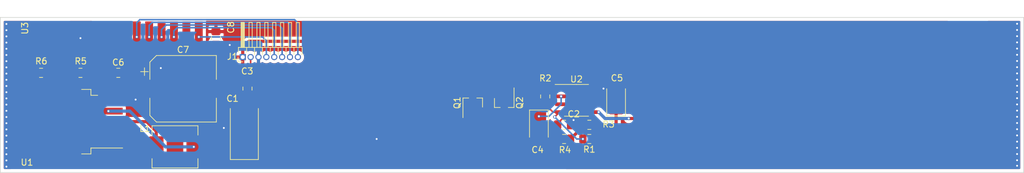
<source format=kicad_pcb>
(kicad_pcb (version 20171130) (host pcbnew "(5.1.8)-1")

  (general
    (thickness 1.6)
    (drawings 4)
    (tracks 220)
    (zones 0)
    (modules 21)
    (nets 17)
  )

  (page A4)
  (layers
    (0 F.Cu signal)
    (31 B.Cu signal)
    (32 B.Adhes user)
    (33 F.Adhes user)
    (34 B.Paste user)
    (35 F.Paste user)
    (36 B.SilkS user)
    (37 F.SilkS user)
    (38 B.Mask user)
    (39 F.Mask user)
    (40 Dwgs.User user)
    (41 Cmts.User user)
    (42 Eco1.User user)
    (43 Eco2.User user)
    (44 Edge.Cuts user)
    (45 Margin user)
    (46 B.CrtYd user)
    (47 F.CrtYd user)
    (48 B.Fab user)
    (49 F.Fab user)
  )

  (setup
    (last_trace_width 0.254)
    (user_trace_width 0.254)
    (user_trace_width 0.381)
    (user_trace_width 0.508)
    (user_trace_width 0.762)
    (trace_clearance 0.1778)
    (zone_clearance 0.508)
    (zone_45_only no)
    (trace_min 0.2)
    (via_size 0.5)
    (via_drill 0.3)
    (via_min_size 0.4)
    (via_min_drill 0.3)
    (uvia_size 0.3)
    (uvia_drill 0.1)
    (uvias_allowed no)
    (uvia_min_size 0.2)
    (uvia_min_drill 0.1)
    (edge_width 0.1)
    (segment_width 0.2)
    (pcb_text_width 0.3)
    (pcb_text_size 1.5 1.5)
    (mod_edge_width 0.15)
    (mod_text_size 1 1)
    (mod_text_width 0.15)
    (pad_size 1.524 1.524)
    (pad_drill 0.762)
    (pad_to_mask_clearance 0)
    (aux_axis_origin 0 0)
    (grid_origin 81.25 75.22)
    (visible_elements 7FFFFFFF)
    (pcbplotparams
      (layerselection 0x010fc_ffffffff)
      (usegerberextensions false)
      (usegerberattributes true)
      (usegerberadvancedattributes true)
      (creategerberjobfile true)
      (excludeedgelayer true)
      (linewidth 0.100000)
      (plotframeref false)
      (viasonmask false)
      (mode 1)
      (useauxorigin false)
      (hpglpennumber 1)
      (hpglpenspeed 20)
      (hpglpendiameter 15.000000)
      (psnegative false)
      (psa4output false)
      (plotreference true)
      (plotvalue true)
      (plotinvisibletext false)
      (padsonsilk false)
      (subtractmaskfromsilk false)
      (outputformat 1)
      (mirror false)
      (drillshape 0)
      (scaleselection 1)
      (outputdirectory "./gerber"))
  )

  (net 0 "")
  (net 1 GND)
  (net 2 +5V)
  (net 3 "Net-(C2-Pad1)")
  (net 4 "Net-(C4-Pad1)")
  (net 5 Vdrive)
  (net 6 "Net-(J1-Pad8)")
  (net 7 "Net-(J1-Pad7)")
  (net 8 "Net-(J1-Pad6)")
  (net 9 "Net-(J1-Pad5)")
  (net 10 "Net-(J1-Pad4)")
  (net 11 EN)
  (net 12 "Net-(Q1-Pad1)")
  (net 13 "Net-(R1-Pad2)")
  (net 14 /F1)
  (net 15 "Net-(R5-Pad2)")
  (net 16 /F2)

  (net_class Default 这是默认网络类。
    (clearance 0.1778)
    (trace_width 0.254)
    (via_dia 0.5)
    (via_drill 0.3)
    (uvia_dia 0.3)
    (uvia_drill 0.1)
    (add_net EN)
    (add_net "Net-(C2-Pad1)")
    (add_net "Net-(C4-Pad1)")
    (add_net "Net-(J1-Pad4)")
    (add_net "Net-(J1-Pad5)")
    (add_net "Net-(J1-Pad6)")
    (add_net "Net-(J1-Pad7)")
    (add_net "Net-(J1-Pad8)")
    (add_net "Net-(Q1-Pad1)")
    (add_net "Net-(R1-Pad2)")
    (add_net "Net-(R5-Pad2)")
  )

  (net_class Power ""
    (clearance 0.254)
    (trace_width 0.508)
    (via_dia 0.5)
    (via_drill 0.3)
    (uvia_dia 0.3)
    (uvia_drill 0.1)
    (add_net +5V)
    (add_net /F1)
    (add_net /F2)
    (add_net GND)
    (add_net Vdrive)
  )

  (module VFD:MN28016A (layer F.Cu) (tedit 602ACE94) (tstamp 602AAF67)
    (at 156.16 95.6)
    (path /602AD812)
    (fp_text reference U3 (at -78.53 -1.15 90) (layer F.SilkS)
      (effects (font (size 1 1) (thickness 0.15)))
    )
    (fp_text value MN28016A (at 72.5 3.75) (layer F.Fab)
      (effects (font (size 1 1) (thickness 0.15)))
    )
    (fp_line (start 70.75 3) (end 70.75 -2.5) (layer F.CrtYd) (width 0.12))
    (fp_line (start 70.75 -2.5) (end 76.25 -2.5) (layer F.CrtYd) (width 0.12))
    (fp_line (start 76.25 -2.5) (end 76.25 3) (layer F.CrtYd) (width 0.12))
    (fp_line (start 76.25 3) (end 70.75 3) (layer F.CrtYd) (width 0.12))
    (fp_line (start -77.25 -2.5) (end -77.25 3) (layer F.CrtYd) (width 0.12))
    (fp_line (start -77.25 3) (end -49.75 3) (layer F.CrtYd) (width 0.12))
    (fp_line (start -49.75 3) (end -49.75 -2.5) (layer F.CrtYd) (width 0.12))
    (fp_line (start -49.75 -2.5) (end -77.25 -2.5) (layer F.CrtYd) (width 0.12))
    (pad 10 smd rect (at -50.5 0.25) (size 1.27 5) (layers F.Cu F.Paste F.Mask)
      (net 10 "Net-(J1-Pad4)"))
    (pad 9 smd rect (at -52.5 0.25) (size 1.27 5) (layers F.Cu F.Paste F.Mask)
      (net 2 +5V))
    (pad 8 smd rect (at -54.5 0.25) (size 1.27 5) (layers F.Cu F.Paste F.Mask)
      (net 9 "Net-(J1-Pad5)"))
    (pad 7 smd rect (at -56.5 0.25) (size 1.27 5) (layers F.Cu F.Paste F.Mask)
      (net 8 "Net-(J1-Pad6)"))
    (pad 6 smd rect (at -58.5 0.25) (size 1.27 5) (layers F.Cu F.Paste F.Mask)
      (net 7 "Net-(J1-Pad7)"))
    (pad 5 smd rect (at -60.5 0.25) (size 1.27 5) (layers F.Cu F.Paste F.Mask)
      (net 6 "Net-(J1-Pad8)"))
    (pad 4 smd rect (at -62.5 0.25) (size 1.27 5) (layers F.Cu F.Paste F.Mask)
      (net 5 Vdrive))
    (pad 3 smd rect (at -64.5 0.25) (size 1.27 5) (layers F.Cu F.Paste F.Mask)
      (net 1 GND))
    (pad 11 smd rect (at 75.5 0.25) (size 1.27 5) (layers F.Cu F.Paste F.Mask)
      (net 16 /F2))
    (pad 11 smd rect (at 73.5 0.25) (size 1.27 5) (layers F.Cu F.Paste F.Mask)
      (net 16 /F2))
    (pad 11 smd rect (at 71.5 0.25) (size 1.27 5) (layers F.Cu F.Paste F.Mask)
      (net 16 /F2))
    (pad 2 smd rect (at -66.5 0.25) (size 1.27 5) (layers F.Cu F.Paste F.Mask)
      (net 1 GND))
    (pad 1 smd rect (at -72.5 0.25) (size 1.27 5) (layers F.Cu F.Paste F.Mask)
      (net 14 /F1))
    (pad 1 smd rect (at -74.5 0.25) (size 1.27 5) (layers F.Cu F.Paste F.Mask)
      (net 14 /F1))
    (pad 1 smd rect (at -76.5 0.25) (size 1.27 5) (layers F.Cu F.Paste F.Mask)
      (net 14 /F1))
  )

  (module Package_SO:SOIC-8_3.9x4.9mm_P1.27mm (layer F.Cu) (tedit 5D9F72B1) (tstamp 602AAF4C)
    (at 166.556 106.07)
    (descr "SOIC, 8 Pin (JEDEC MS-012AA, https://www.analog.com/media/en/package-pcb-resources/package/pkg_pdf/soic_narrow-r/r_8.pdf), generated with kicad-footprint-generator ipc_gullwing_generator.py")
    (tags "SOIC SO")
    (path /602B1756)
    (attr smd)
    (fp_text reference U2 (at 0 -3.4) (layer F.SilkS)
      (effects (font (size 1 1) (thickness 0.15)))
    )
    (fp_text value LM9022 (at 0 0.9) (layer F.Fab)
      (effects (font (size 1 1) (thickness 0.15)))
    )
    (fp_text user %R (at 0 0) (layer F.Fab)
      (effects (font (size 0.98 0.98) (thickness 0.15)))
    )
    (fp_line (start 0 2.56) (end 1.95 2.56) (layer F.SilkS) (width 0.12))
    (fp_line (start 0 2.56) (end -1.95 2.56) (layer F.SilkS) (width 0.12))
    (fp_line (start 0 -2.56) (end 1.95 -2.56) (layer F.SilkS) (width 0.12))
    (fp_line (start 0 -2.56) (end -3.45 -2.56) (layer F.SilkS) (width 0.12))
    (fp_line (start -0.975 -2.45) (end 1.95 -2.45) (layer F.Fab) (width 0.1))
    (fp_line (start 1.95 -2.45) (end 1.95 2.45) (layer F.Fab) (width 0.1))
    (fp_line (start 1.95 2.45) (end -1.95 2.45) (layer F.Fab) (width 0.1))
    (fp_line (start -1.95 2.45) (end -1.95 -1.475) (layer F.Fab) (width 0.1))
    (fp_line (start -1.95 -1.475) (end -0.975 -2.45) (layer F.Fab) (width 0.1))
    (fp_line (start -3.7 -2.7) (end -3.7 2.7) (layer F.CrtYd) (width 0.05))
    (fp_line (start -3.7 2.7) (end 3.7 2.7) (layer F.CrtYd) (width 0.05))
    (fp_line (start 3.7 2.7) (end 3.7 -2.7) (layer F.CrtYd) (width 0.05))
    (fp_line (start 3.7 -2.7) (end -3.7 -2.7) (layer F.CrtYd) (width 0.05))
    (pad 8 smd roundrect (at 2.475 -1.905) (size 1.95 0.6) (layers F.Cu F.Paste F.Mask) (roundrect_rratio 0.25)
      (net 14 /F1))
    (pad 7 smd roundrect (at 2.475 -0.635) (size 1.95 0.6) (layers F.Cu F.Paste F.Mask) (roundrect_rratio 0.25)
      (net 1 GND))
    (pad 6 smd roundrect (at 2.475 0.635) (size 1.95 0.6) (layers F.Cu F.Paste F.Mask) (roundrect_rratio 0.25)
      (net 2 +5V))
    (pad 5 smd roundrect (at 2.475 1.905) (size 1.95 0.6) (layers F.Cu F.Paste F.Mask) (roundrect_rratio 0.25)
      (net 16 /F2))
    (pad 4 smd roundrect (at -2.475 1.905) (size 1.95 0.6) (layers F.Cu F.Paste F.Mask) (roundrect_rratio 0.25)
      (net 13 "Net-(R1-Pad2)"))
    (pad 3 smd roundrect (at -2.475 0.635) (size 1.95 0.6) (layers F.Cu F.Paste F.Mask) (roundrect_rratio 0.25)
      (net 3 "Net-(C2-Pad1)"))
    (pad 2 smd roundrect (at -2.475 -0.635) (size 1.95 0.6) (layers F.Cu F.Paste F.Mask) (roundrect_rratio 0.25)
      (net 4 "Net-(C4-Pad1)"))
    (pad 1 smd roundrect (at -2.475 -1.905) (size 1.95 0.6) (layers F.Cu F.Paste F.Mask) (roundrect_rratio 0.25)
      (net 12 "Net-(Q1-Pad1)"))
    (model ${KISYS3DMOD}/Package_SO.3dshapes/SOIC-8_3.9x4.9mm_P1.27mm.wrl
      (at (xyz 0 0 0))
      (scale (xyz 1 1 1))
      (rotate (xyz 0 0 0))
    )
  )

  (module Package_TO_SOT_SMD:TO-263-5_TabPin3 (layer F.Cu) (tedit 5A70FBB6) (tstamp 602AAF32)
    (at 85.314 109.51 180)
    (descr "TO-263 / D2PAK / DDPAK SMD package, http://www.infineon.com/cms/en/product/packages/PG-TO263/PG-TO263-5-1/")
    (tags "D2PAK DDPAK TO-263 D2PAK-5 TO-263-5 SOT-426")
    (path /602AB5A4)
    (attr smd)
    (fp_text reference U1 (at 7.354 -6.57) (layer F.SilkS)
      (effects (font (size 1 1) (thickness 0.15)))
    )
    (fp_text value XL6019E1 (at 0 6.65) (layer F.Fab)
      (effects (font (size 1 1) (thickness 0.15)))
    )
    (fp_text user %R (at 0 0) (layer F.Fab)
      (effects (font (size 1 1) (thickness 0.15)))
    )
    (fp_line (start 6.5 -5) (end 7.5 -5) (layer F.Fab) (width 0.1))
    (fp_line (start 7.5 -5) (end 7.5 5) (layer F.Fab) (width 0.1))
    (fp_line (start 7.5 5) (end 6.5 5) (layer F.Fab) (width 0.1))
    (fp_line (start 6.5 -5) (end 6.5 5) (layer F.Fab) (width 0.1))
    (fp_line (start 6.5 5) (end -2.75 5) (layer F.Fab) (width 0.1))
    (fp_line (start -2.75 5) (end -2.75 -4) (layer F.Fab) (width 0.1))
    (fp_line (start -2.75 -4) (end -1.75 -5) (layer F.Fab) (width 0.1))
    (fp_line (start -1.75 -5) (end 6.5 -5) (layer F.Fab) (width 0.1))
    (fp_line (start -2.75 -3.8) (end -7.45 -3.8) (layer F.Fab) (width 0.1))
    (fp_line (start -7.45 -3.8) (end -7.45 -3) (layer F.Fab) (width 0.1))
    (fp_line (start -7.45 -3) (end -2.75 -3) (layer F.Fab) (width 0.1))
    (fp_line (start -2.75 -2.1) (end -7.45 -2.1) (layer F.Fab) (width 0.1))
    (fp_line (start -7.45 -2.1) (end -7.45 -1.3) (layer F.Fab) (width 0.1))
    (fp_line (start -7.45 -1.3) (end -2.75 -1.3) (layer F.Fab) (width 0.1))
    (fp_line (start -2.75 -0.4) (end -7.45 -0.4) (layer F.Fab) (width 0.1))
    (fp_line (start -7.45 -0.4) (end -7.45 0.4) (layer F.Fab) (width 0.1))
    (fp_line (start -7.45 0.4) (end -2.75 0.4) (layer F.Fab) (width 0.1))
    (fp_line (start -2.75 1.3) (end -7.45 1.3) (layer F.Fab) (width 0.1))
    (fp_line (start -7.45 1.3) (end -7.45 2.1) (layer F.Fab) (width 0.1))
    (fp_line (start -7.45 2.1) (end -2.75 2.1) (layer F.Fab) (width 0.1))
    (fp_line (start -2.75 3) (end -7.45 3) (layer F.Fab) (width 0.1))
    (fp_line (start -7.45 3) (end -7.45 3.8) (layer F.Fab) (width 0.1))
    (fp_line (start -7.45 3.8) (end -2.75 3.8) (layer F.Fab) (width 0.1))
    (fp_line (start -1.45 -5.2) (end -2.95 -5.2) (layer F.SilkS) (width 0.12))
    (fp_line (start -2.95 -5.2) (end -2.95 -4.25) (layer F.SilkS) (width 0.12))
    (fp_line (start -2.95 -4.25) (end -8.075 -4.25) (layer F.SilkS) (width 0.12))
    (fp_line (start -1.45 5.2) (end -2.95 5.2) (layer F.SilkS) (width 0.12))
    (fp_line (start -2.95 5.2) (end -2.95 4.25) (layer F.SilkS) (width 0.12))
    (fp_line (start -2.95 4.25) (end -4.05 4.25) (layer F.SilkS) (width 0.12))
    (fp_line (start -8.32 -5.65) (end -8.32 5.65) (layer F.CrtYd) (width 0.05))
    (fp_line (start -8.32 5.65) (end 8.32 5.65) (layer F.CrtYd) (width 0.05))
    (fp_line (start 8.32 5.65) (end 8.32 -5.65) (layer F.CrtYd) (width 0.05))
    (fp_line (start 8.32 -5.65) (end -8.32 -5.65) (layer F.CrtYd) (width 0.05))
    (pad "" smd rect (at 0.95 2.775 180) (size 4.55 5.25) (layers F.Paste))
    (pad "" smd rect (at 5.8 -2.775 180) (size 4.55 5.25) (layers F.Paste))
    (pad "" smd rect (at 0.95 -2.775 180) (size 4.55 5.25) (layers F.Paste))
    (pad "" smd rect (at 5.8 2.775 180) (size 4.55 5.25) (layers F.Paste))
    (pad 3 smd rect (at 3.375 0 180) (size 9.4 10.8) (layers F.Cu F.Mask)
      (net 5 Vdrive))
    (pad 5 smd rect (at -5.775 3.4 180) (size 4.6 1.1) (layers F.Cu F.Paste F.Mask)
      (net 15 "Net-(R5-Pad2)"))
    (pad 4 smd rect (at -5.775 1.7 180) (size 4.6 1.1) (layers F.Cu F.Paste F.Mask)
      (net 2 +5V))
    (pad 3 smd rect (at -5.775 0 180) (size 4.6 1.1) (layers F.Cu F.Paste F.Mask)
      (net 5 Vdrive))
    (pad 2 smd rect (at -5.775 -1.7 180) (size 4.6 1.1) (layers F.Cu F.Paste F.Mask)
      (net 11 EN))
    (pad 1 smd rect (at -5.775 -3.4 180) (size 4.6 1.1) (layers F.Cu F.Paste F.Mask)
      (net 1 GND))
    (model ${KISYS3DMOD}/Package_TO_SOT_SMD.3dshapes/TO-263-5_TabPin3.wrl
      (at (xyz 0 0 0))
      (scale (xyz 1 1 1))
      (rotate (xyz 0 0 0))
    )
  )

  (module Capacitor_SMD:C_0805_2012Metric_Pad1.18x1.45mm_HandSolder (layer F.Cu) (tedit 5F68FEEF) (tstamp 602AAF02)
    (at 80.234 101.636 180)
    (descr "Capacitor SMD 0805 (2012 Metric), square (rectangular) end terminal, IPC_7351 nominal with elongated pad for handsoldering. (Body size source: IPC-SM-782 page 76, https://www.pcb-3d.com/wordpress/wp-content/uploads/ipc-sm-782a_amendment_1_and_2.pdf, https://docs.google.com/spreadsheets/d/1BsfQQcO9C6DZCsRaXUlFlo91Tg2WpOkGARC1WS5S8t0/edit?usp=sharing), generated with kicad-footprint-generator")
    (tags "capacitor handsolder")
    (path /602D4260)
    (attr smd)
    (fp_text reference R6 (at -0.036 1.876) (layer F.SilkS)
      (effects (font (size 1 1) (thickness 0.15)))
    )
    (fp_text value 102 (at 0 1.68) (layer F.Fab)
      (effects (font (size 1 1) (thickness 0.15)))
    )
    (fp_text user %R (at 0 0) (layer F.Fab)
      (effects (font (size 0.5 0.5) (thickness 0.08)))
    )
    (fp_line (start -1 0.625) (end -1 -0.625) (layer F.Fab) (width 0.1))
    (fp_line (start -1 -0.625) (end 1 -0.625) (layer F.Fab) (width 0.1))
    (fp_line (start 1 -0.625) (end 1 0.625) (layer F.Fab) (width 0.1))
    (fp_line (start 1 0.625) (end -1 0.625) (layer F.Fab) (width 0.1))
    (fp_line (start -0.261252 -0.735) (end 0.261252 -0.735) (layer F.SilkS) (width 0.12))
    (fp_line (start -0.261252 0.735) (end 0.261252 0.735) (layer F.SilkS) (width 0.12))
    (fp_line (start -1.88 0.98) (end -1.88 -0.98) (layer F.CrtYd) (width 0.05))
    (fp_line (start -1.88 -0.98) (end 1.88 -0.98) (layer F.CrtYd) (width 0.05))
    (fp_line (start 1.88 -0.98) (end 1.88 0.98) (layer F.CrtYd) (width 0.05))
    (fp_line (start 1.88 0.98) (end -1.88 0.98) (layer F.CrtYd) (width 0.05))
    (pad 2 smd roundrect (at 1.0375 0 180) (size 1.175 1.45) (layers F.Cu F.Paste F.Mask) (roundrect_rratio 0.2127659574468085)
      (net 1 GND))
    (pad 1 smd roundrect (at -1.0375 0 180) (size 1.175 1.45) (layers F.Cu F.Paste F.Mask) (roundrect_rratio 0.2127659574468085)
      (net 15 "Net-(R5-Pad2)"))
    (model ${KISYS3DMOD}/Capacitor_SMD.3dshapes/C_0805_2012Metric.wrl
      (at (xyz 0 0 0))
      (scale (xyz 1 1 1))
      (rotate (xyz 0 0 0))
    )
  )

  (module Capacitor_SMD:C_0805_2012Metric_Pad1.18x1.45mm_HandSolder (layer F.Cu) (tedit 5F68FEEF) (tstamp 602AAEF1)
    (at 86.584 101.636 180)
    (descr "Capacitor SMD 0805 (2012 Metric), square (rectangular) end terminal, IPC_7351 nominal with elongated pad for handsoldering. (Body size source: IPC-SM-782 page 76, https://www.pcb-3d.com/wordpress/wp-content/uploads/ipc-sm-782a_amendment_1_and_2.pdf, https://docs.google.com/spreadsheets/d/1BsfQQcO9C6DZCsRaXUlFlo91Tg2WpOkGARC1WS5S8t0/edit?usp=sharing), generated with kicad-footprint-generator")
    (tags "capacitor handsolder")
    (path /602D3B33)
    (attr smd)
    (fp_text reference R5 (at -0.046 1.876) (layer F.SilkS)
      (effects (font (size 1 1) (thickness 0.15)))
    )
    (fp_text value 393 (at 0 1.68) (layer F.Fab)
      (effects (font (size 1 1) (thickness 0.15)))
    )
    (fp_text user %R (at 0 0) (layer F.Fab)
      (effects (font (size 0.5 0.5) (thickness 0.08)))
    )
    (fp_line (start -1 0.625) (end -1 -0.625) (layer F.Fab) (width 0.1))
    (fp_line (start -1 -0.625) (end 1 -0.625) (layer F.Fab) (width 0.1))
    (fp_line (start 1 -0.625) (end 1 0.625) (layer F.Fab) (width 0.1))
    (fp_line (start 1 0.625) (end -1 0.625) (layer F.Fab) (width 0.1))
    (fp_line (start -0.261252 -0.735) (end 0.261252 -0.735) (layer F.SilkS) (width 0.12))
    (fp_line (start -0.261252 0.735) (end 0.261252 0.735) (layer F.SilkS) (width 0.12))
    (fp_line (start -1.88 0.98) (end -1.88 -0.98) (layer F.CrtYd) (width 0.05))
    (fp_line (start -1.88 -0.98) (end 1.88 -0.98) (layer F.CrtYd) (width 0.05))
    (fp_line (start 1.88 -0.98) (end 1.88 0.98) (layer F.CrtYd) (width 0.05))
    (fp_line (start 1.88 0.98) (end -1.88 0.98) (layer F.CrtYd) (width 0.05))
    (pad 2 smd roundrect (at 1.0375 0 180) (size 1.175 1.45) (layers F.Cu F.Paste F.Mask) (roundrect_rratio 0.2127659574468085)
      (net 15 "Net-(R5-Pad2)"))
    (pad 1 smd roundrect (at -1.0375 0 180) (size 1.175 1.45) (layers F.Cu F.Paste F.Mask) (roundrect_rratio 0.2127659574468085)
      (net 5 Vdrive))
    (model ${KISYS3DMOD}/Capacitor_SMD.3dshapes/C_0805_2012Metric.wrl
      (at (xyz 0 0 0))
      (scale (xyz 1 1 1))
      (rotate (xyz 0 0 0))
    )
  )

  (module Capacitor_SMD:C_0805_2012Metric_Pad1.18x1.45mm_HandSolder (layer F.Cu) (tedit 5F68FEEF) (tstamp 602ADB63)
    (at 164.562 112.304)
    (descr "Capacitor SMD 0805 (2012 Metric), square (rectangular) end terminal, IPC_7351 nominal with elongated pad for handsoldering. (Body size source: IPC-SM-782 page 76, https://www.pcb-3d.com/wordpress/wp-content/uploads/ipc-sm-782a_amendment_1_and_2.pdf, https://docs.google.com/spreadsheets/d/1BsfQQcO9C6DZCsRaXUlFlo91Tg2WpOkGARC1WS5S8t0/edit?usp=sharing), generated with kicad-footprint-generator")
    (tags "capacitor handsolder")
    (path /602B46DB)
    (attr smd)
    (fp_text reference R4 (at 0.138 1.756) (layer F.SilkS)
      (effects (font (size 1 1) (thickness 0.15)))
    )
    (fp_text value 223 (at 0 1.68) (layer F.Fab)
      (effects (font (size 1 1) (thickness 0.15)))
    )
    (fp_text user %R (at 0 0) (layer F.Fab)
      (effects (font (size 0.5 0.5) (thickness 0.08)))
    )
    (fp_line (start -1 0.625) (end -1 -0.625) (layer F.Fab) (width 0.1))
    (fp_line (start -1 -0.625) (end 1 -0.625) (layer F.Fab) (width 0.1))
    (fp_line (start 1 -0.625) (end 1 0.625) (layer F.Fab) (width 0.1))
    (fp_line (start 1 0.625) (end -1 0.625) (layer F.Fab) (width 0.1))
    (fp_line (start -0.261252 -0.735) (end 0.261252 -0.735) (layer F.SilkS) (width 0.12))
    (fp_line (start -0.261252 0.735) (end 0.261252 0.735) (layer F.SilkS) (width 0.12))
    (fp_line (start -1.88 0.98) (end -1.88 -0.98) (layer F.CrtYd) (width 0.05))
    (fp_line (start -1.88 -0.98) (end 1.88 -0.98) (layer F.CrtYd) (width 0.05))
    (fp_line (start 1.88 -0.98) (end 1.88 0.98) (layer F.CrtYd) (width 0.05))
    (fp_line (start 1.88 0.98) (end -1.88 0.98) (layer F.CrtYd) (width 0.05))
    (pad 2 smd roundrect (at 1.0375 0) (size 1.175 1.45) (layers F.Cu F.Paste F.Mask) (roundrect_rratio 0.2127659574468085)
      (net 14 /F1))
    (pad 1 smd roundrect (at -1.0375 0) (size 1.175 1.45) (layers F.Cu F.Paste F.Mask) (roundrect_rratio 0.2127659574468085)
      (net 3 "Net-(C2-Pad1)"))
    (model ${KISYS3DMOD}/Capacitor_SMD.3dshapes/C_0805_2012Metric.wrl
      (at (xyz 0 0 0))
      (scale (xyz 1 1 1))
      (rotate (xyz 0 0 0))
    )
  )

  (module Capacitor_SMD:C_0805_2012Metric_Pad1.18x1.45mm_HandSolder (layer F.Cu) (tedit 5F68FEEF) (tstamp 602AAECF)
    (at 168.626 110.018)
    (descr "Capacitor SMD 0805 (2012 Metric), square (rectangular) end terminal, IPC_7351 nominal with elongated pad for handsoldering. (Body size source: IPC-SM-782 page 76, https://www.pcb-3d.com/wordpress/wp-content/uploads/ipc-sm-782a_amendment_1_and_2.pdf, https://docs.google.com/spreadsheets/d/1BsfQQcO9C6DZCsRaXUlFlo91Tg2WpOkGARC1WS5S8t0/edit?usp=sharing), generated with kicad-footprint-generator")
    (tags "capacitor handsolder")
    (path /602B543A)
    (attr smd)
    (fp_text reference R3 (at 3.104 -0.078) (layer F.SilkS)
      (effects (font (size 1 1) (thickness 0.15)))
    )
    (fp_text value 103 (at 0 1.68) (layer F.Fab)
      (effects (font (size 1 1) (thickness 0.15)))
    )
    (fp_text user %R (at 0 0) (layer F.Fab)
      (effects (font (size 0.5 0.5) (thickness 0.08)))
    )
    (fp_line (start -1 0.625) (end -1 -0.625) (layer F.Fab) (width 0.1))
    (fp_line (start -1 -0.625) (end 1 -0.625) (layer F.Fab) (width 0.1))
    (fp_line (start 1 -0.625) (end 1 0.625) (layer F.Fab) (width 0.1))
    (fp_line (start 1 0.625) (end -1 0.625) (layer F.Fab) (width 0.1))
    (fp_line (start -0.261252 -0.735) (end 0.261252 -0.735) (layer F.SilkS) (width 0.12))
    (fp_line (start -0.261252 0.735) (end 0.261252 0.735) (layer F.SilkS) (width 0.12))
    (fp_line (start -1.88 0.98) (end -1.88 -0.98) (layer F.CrtYd) (width 0.05))
    (fp_line (start -1.88 -0.98) (end 1.88 -0.98) (layer F.CrtYd) (width 0.05))
    (fp_line (start 1.88 -0.98) (end 1.88 0.98) (layer F.CrtYd) (width 0.05))
    (fp_line (start 1.88 0.98) (end -1.88 0.98) (layer F.CrtYd) (width 0.05))
    (pad 2 smd roundrect (at 1.0375 0) (size 1.175 1.45) (layers F.Cu F.Paste F.Mask) (roundrect_rratio 0.2127659574468085)
      (net 13 "Net-(R1-Pad2)"))
    (pad 1 smd roundrect (at -1.0375 0) (size 1.175 1.45) (layers F.Cu F.Paste F.Mask) (roundrect_rratio 0.2127659574468085)
      (net 14 /F1))
    (model ${KISYS3DMOD}/Capacitor_SMD.3dshapes/C_0805_2012Metric.wrl
      (at (xyz 0 0 0))
      (scale (xyz 1 1 1))
      (rotate (xyz 0 0 0))
    )
  )

  (module Capacitor_SMD:C_0805_2012Metric_Pad1.18x1.45mm_HandSolder (layer F.Cu) (tedit 5F68FEEF) (tstamp 602AAEBE)
    (at 161.514 105.446 270)
    (descr "Capacitor SMD 0805 (2012 Metric), square (rectangular) end terminal, IPC_7351 nominal with elongated pad for handsoldering. (Body size source: IPC-SM-782 page 76, https://www.pcb-3d.com/wordpress/wp-content/uploads/ipc-sm-782a_amendment_1_and_2.pdf, https://docs.google.com/spreadsheets/d/1BsfQQcO9C6DZCsRaXUlFlo91Tg2WpOkGARC1WS5S8t0/edit?usp=sharing), generated with kicad-footprint-generator")
    (tags "capacitor handsolder")
    (path /602BA464)
    (attr smd)
    (fp_text reference R2 (at -2.936 -0.026 180) (layer F.SilkS)
      (effects (font (size 1 1) (thickness 0.15)))
    )
    (fp_text value 103 (at 0 1.68 90) (layer F.Fab)
      (effects (font (size 1 1) (thickness 0.15)))
    )
    (fp_text user %R (at 0 0 90) (layer F.Fab)
      (effects (font (size 0.5 0.5) (thickness 0.08)))
    )
    (fp_line (start -1 0.625) (end -1 -0.625) (layer F.Fab) (width 0.1))
    (fp_line (start -1 -0.625) (end 1 -0.625) (layer F.Fab) (width 0.1))
    (fp_line (start 1 -0.625) (end 1 0.625) (layer F.Fab) (width 0.1))
    (fp_line (start 1 0.625) (end -1 0.625) (layer F.Fab) (width 0.1))
    (fp_line (start -0.261252 -0.735) (end 0.261252 -0.735) (layer F.SilkS) (width 0.12))
    (fp_line (start -0.261252 0.735) (end 0.261252 0.735) (layer F.SilkS) (width 0.12))
    (fp_line (start -1.88 0.98) (end -1.88 -0.98) (layer F.CrtYd) (width 0.05))
    (fp_line (start -1.88 -0.98) (end 1.88 -0.98) (layer F.CrtYd) (width 0.05))
    (fp_line (start 1.88 -0.98) (end 1.88 0.98) (layer F.CrtYd) (width 0.05))
    (fp_line (start 1.88 0.98) (end -1.88 0.98) (layer F.CrtYd) (width 0.05))
    (pad 2 smd roundrect (at 1.0375 0 270) (size 1.175 1.45) (layers F.Cu F.Paste F.Mask) (roundrect_rratio 0.2127659574468085)
      (net 13 "Net-(R1-Pad2)"))
    (pad 1 smd roundrect (at -1.0375 0 270) (size 1.175 1.45) (layers F.Cu F.Paste F.Mask) (roundrect_rratio 0.2127659574468085)
      (net 1 GND))
    (model ${KISYS3DMOD}/Capacitor_SMD.3dshapes/C_0805_2012Metric.wrl
      (at (xyz 0 0 0))
      (scale (xyz 1 1 1))
      (rotate (xyz 0 0 0))
    )
  )

  (module Capacitor_SMD:C_0805_2012Metric_Pad1.18x1.45mm_HandSolder (layer F.Cu) (tedit 5F68FEEF) (tstamp 602AAEAD)
    (at 168.626 112.304 180)
    (descr "Capacitor SMD 0805 (2012 Metric), square (rectangular) end terminal, IPC_7351 nominal with elongated pad for handsoldering. (Body size source: IPC-SM-782 page 76, https://www.pcb-3d.com/wordpress/wp-content/uploads/ipc-sm-782a_amendment_1_and_2.pdf, https://docs.google.com/spreadsheets/d/1BsfQQcO9C6DZCsRaXUlFlo91Tg2WpOkGARC1WS5S8t0/edit?usp=sharing), generated with kicad-footprint-generator")
    (tags "capacitor handsolder")
    (path /602B6271)
    (attr smd)
    (fp_text reference R1 (at 0 -1.68) (layer F.SilkS)
      (effects (font (size 1 1) (thickness 0.15)))
    )
    (fp_text value 103 (at 0 1.68) (layer F.Fab)
      (effects (font (size 1 1) (thickness 0.15)))
    )
    (fp_text user %R (at 0 0) (layer F.Fab)
      (effects (font (size 0.5 0.5) (thickness 0.08)))
    )
    (fp_line (start -1 0.625) (end -1 -0.625) (layer F.Fab) (width 0.1))
    (fp_line (start -1 -0.625) (end 1 -0.625) (layer F.Fab) (width 0.1))
    (fp_line (start 1 -0.625) (end 1 0.625) (layer F.Fab) (width 0.1))
    (fp_line (start 1 0.625) (end -1 0.625) (layer F.Fab) (width 0.1))
    (fp_line (start -0.261252 -0.735) (end 0.261252 -0.735) (layer F.SilkS) (width 0.12))
    (fp_line (start -0.261252 0.735) (end 0.261252 0.735) (layer F.SilkS) (width 0.12))
    (fp_line (start -1.88 0.98) (end -1.88 -0.98) (layer F.CrtYd) (width 0.05))
    (fp_line (start -1.88 -0.98) (end 1.88 -0.98) (layer F.CrtYd) (width 0.05))
    (fp_line (start 1.88 -0.98) (end 1.88 0.98) (layer F.CrtYd) (width 0.05))
    (fp_line (start 1.88 0.98) (end -1.88 0.98) (layer F.CrtYd) (width 0.05))
    (pad 2 smd roundrect (at 1.0375 0 180) (size 1.175 1.45) (layers F.Cu F.Paste F.Mask) (roundrect_rratio 0.2127659574468085)
      (net 13 "Net-(R1-Pad2)"))
    (pad 1 smd roundrect (at -1.0375 0 180) (size 1.175 1.45) (layers F.Cu F.Paste F.Mask) (roundrect_rratio 0.2127659574468085)
      (net 2 +5V))
    (model ${KISYS3DMOD}/Capacitor_SMD.3dshapes/C_0805_2012Metric.wrl
      (at (xyz 0 0 0))
      (scale (xyz 1 1 1))
      (rotate (xyz 0 0 0))
    )
  )

  (module Package_TO_SOT_SMD:SOT-23_Handsoldering (layer F.Cu) (tedit 5A0AB76C) (tstamp 602AAE9C)
    (at 154.91 106.462 270)
    (descr "SOT-23, Handsoldering")
    (tags SOT-23)
    (path /602B89B3)
    (attr smd)
    (fp_text reference Q2 (at 0 -2.5 90) (layer F.SilkS)
      (effects (font (size 1 1) (thickness 0.15)))
    )
    (fp_text value SI2305 (at 0 2.5 90) (layer F.Fab)
      (effects (font (size 1 1) (thickness 0.15)))
    )
    (fp_text user %R (at 0 0) (layer F.Fab)
      (effects (font (size 0.5 0.5) (thickness 0.075)))
    )
    (fp_line (start 0.76 1.58) (end 0.76 0.65) (layer F.SilkS) (width 0.12))
    (fp_line (start 0.76 -1.58) (end 0.76 -0.65) (layer F.SilkS) (width 0.12))
    (fp_line (start -2.7 -1.75) (end 2.7 -1.75) (layer F.CrtYd) (width 0.05))
    (fp_line (start 2.7 -1.75) (end 2.7 1.75) (layer F.CrtYd) (width 0.05))
    (fp_line (start 2.7 1.75) (end -2.7 1.75) (layer F.CrtYd) (width 0.05))
    (fp_line (start -2.7 1.75) (end -2.7 -1.75) (layer F.CrtYd) (width 0.05))
    (fp_line (start 0.76 -1.58) (end -2.4 -1.58) (layer F.SilkS) (width 0.12))
    (fp_line (start -0.7 -0.95) (end -0.7 1.5) (layer F.Fab) (width 0.1))
    (fp_line (start -0.15 -1.52) (end 0.7 -1.52) (layer F.Fab) (width 0.1))
    (fp_line (start -0.7 -0.95) (end -0.15 -1.52) (layer F.Fab) (width 0.1))
    (fp_line (start 0.7 -1.52) (end 0.7 1.52) (layer F.Fab) (width 0.1))
    (fp_line (start -0.7 1.52) (end 0.7 1.52) (layer F.Fab) (width 0.1))
    (fp_line (start 0.76 1.58) (end -0.7 1.58) (layer F.SilkS) (width 0.12))
    (pad 3 smd rect (at 1.5 0 270) (size 1.9 0.8) (layers F.Cu F.Paste F.Mask)
      (net 12 "Net-(Q1-Pad1)"))
    (pad 2 smd rect (at -1.5 0.95 270) (size 1.9 0.8) (layers F.Cu F.Paste F.Mask)
      (net 11 EN))
    (pad 1 smd rect (at -1.5 -0.95 270) (size 1.9 0.8) (layers F.Cu F.Paste F.Mask)
      (net 2 +5V))
    (model ${KISYS3DMOD}/Package_TO_SOT_SMD.3dshapes/SOT-23.wrl
      (at (xyz 0 0 0))
      (scale (xyz 1 1 1))
      (rotate (xyz 0 0 0))
    )
  )

  (module Package_TO_SOT_SMD:SOT-23_Handsoldering (layer F.Cu) (tedit 5A0AB76C) (tstamp 602AAE87)
    (at 149.83 106.462 90)
    (descr "SOT-23, Handsoldering")
    (tags SOT-23)
    (path /602B1A09)
    (attr smd)
    (fp_text reference Q1 (at 0 -2.5 90) (layer F.SilkS)
      (effects (font (size 1 1) (thickness 0.15)))
    )
    (fp_text value SI2306 (at 0 2.5 90) (layer F.Fab)
      (effects (font (size 1 1) (thickness 0.15)))
    )
    (fp_text user %R (at 0 0) (layer F.Fab)
      (effects (font (size 0.5 0.5) (thickness 0.075)))
    )
    (fp_line (start 0.76 1.58) (end 0.76 0.65) (layer F.SilkS) (width 0.12))
    (fp_line (start 0.76 -1.58) (end 0.76 -0.65) (layer F.SilkS) (width 0.12))
    (fp_line (start -2.7 -1.75) (end 2.7 -1.75) (layer F.CrtYd) (width 0.05))
    (fp_line (start 2.7 -1.75) (end 2.7 1.75) (layer F.CrtYd) (width 0.05))
    (fp_line (start 2.7 1.75) (end -2.7 1.75) (layer F.CrtYd) (width 0.05))
    (fp_line (start -2.7 1.75) (end -2.7 -1.75) (layer F.CrtYd) (width 0.05))
    (fp_line (start 0.76 -1.58) (end -2.4 -1.58) (layer F.SilkS) (width 0.12))
    (fp_line (start -0.7 -0.95) (end -0.7 1.5) (layer F.Fab) (width 0.1))
    (fp_line (start -0.15 -1.52) (end 0.7 -1.52) (layer F.Fab) (width 0.1))
    (fp_line (start -0.7 -0.95) (end -0.15 -1.52) (layer F.Fab) (width 0.1))
    (fp_line (start 0.7 -1.52) (end 0.7 1.52) (layer F.Fab) (width 0.1))
    (fp_line (start -0.7 1.52) (end 0.7 1.52) (layer F.Fab) (width 0.1))
    (fp_line (start 0.76 1.58) (end -0.7 1.58) (layer F.SilkS) (width 0.12))
    (pad 3 smd rect (at 1.5 0 90) (size 1.9 0.8) (layers F.Cu F.Paste F.Mask)
      (net 1 GND))
    (pad 2 smd rect (at -1.5 0.95 90) (size 1.9 0.8) (layers F.Cu F.Paste F.Mask)
      (net 11 EN))
    (pad 1 smd rect (at -1.5 -0.95 90) (size 1.9 0.8) (layers F.Cu F.Paste F.Mask)
      (net 12 "Net-(Q1-Pad1)"))
    (model ${KISYS3DMOD}/Package_TO_SOT_SMD.3dshapes/SOT-23.wrl
      (at (xyz 0 0 0))
      (scale (xyz 1 1 1))
      (rotate (xyz 0 0 0))
    )
  )

  (module Inductor_SMD:L_Abracon_ASPI-0630LR (layer F.Cu) (tedit 5CF3AFF0) (tstamp 602AB7BF)
    (at 101.824 113.574 180)
    (descr "smd shielded power inductor https://abracon.com/Magnetics/power/ASPI-0630LR.pdf")
    (tags "inductor abracon smd shielded")
    (path /602D95DF)
    (attr smd)
    (fp_text reference L1 (at 4.864 2.934) (layer F.SilkS)
      (effects (font (size 1 1) (thickness 0.15)))
    )
    (fp_text value 47uH (at 0 4.25) (layer F.Fab)
      (effects (font (size 1 1) (thickness 0.15)))
    )
    (fp_text user %R (at -1.74 -1.72) (layer F.Fab)
      (effects (font (size 1 1) (thickness 0.15)))
    )
    (fp_line (start 3.6 -3.325) (end 3.6 3.325) (layer F.Fab) (width 0.1))
    (fp_line (start 3.6 3.325) (end -3.6 3.325) (layer F.Fab) (width 0.1))
    (fp_line (start -3.6 3.325) (end -3.6 -3.325) (layer F.Fab) (width 0.1))
    (fp_line (start -3.6 -3.325) (end 3.6 -3.325) (layer F.Fab) (width 0.1))
    (fp_line (start -3.7 3.4) (end 3.7 3.4) (layer F.SilkS) (width 0.12))
    (fp_line (start 3.7 3.4) (end 3.7 1.9) (layer F.SilkS) (width 0.12))
    (fp_line (start -3.7 3.4) (end -3.7 1.9) (layer F.SilkS) (width 0.12))
    (fp_line (start 3.7 -3.4) (end -3.7 -3.4) (layer F.SilkS) (width 0.12))
    (fp_line (start -3.7 -3.4) (end -3.7 -1.9) (layer F.SilkS) (width 0.12))
    (fp_line (start 3.7 -3.4) (end 3.7 -1.9) (layer F.SilkS) (width 0.12))
    (fp_line (start 3.85 -3.58) (end -3.85 -3.58) (layer F.CrtYd) (width 0.05))
    (fp_line (start -3.85 -3.58) (end -3.85 -1.95) (layer F.CrtYd) (width 0.05))
    (fp_line (start -3.85 3.58) (end 3.85 3.58) (layer F.CrtYd) (width 0.05))
    (fp_line (start 3.85 3.58) (end 3.85 1.95) (layer F.CrtYd) (width 0.05))
    (fp_line (start -3.85 -1.95) (end -4.45 -1.95) (layer F.CrtYd) (width 0.05))
    (fp_line (start -4.45 -1.95) (end -4.45 1.95) (layer F.CrtYd) (width 0.05))
    (fp_line (start -4.45 1.95) (end -3.85 1.95) (layer F.CrtYd) (width 0.05))
    (fp_line (start -3.85 1.95) (end -3.85 3.58) (layer F.CrtYd) (width 0.05))
    (fp_line (start 3.85 1.95) (end 4.45 1.95) (layer F.CrtYd) (width 0.05))
    (fp_line (start 4.45 1.95) (end 4.45 -1.95) (layer F.CrtYd) (width 0.05))
    (fp_line (start 4.45 -1.95) (end 3.85 -1.95) (layer F.CrtYd) (width 0.05))
    (fp_line (start 3.85 -1.95) (end 3.85 -3.58) (layer F.CrtYd) (width 0.05))
    (pad 2 smd roundrect (at 3.025 0 180) (size 2.35 3.4) (layers F.Cu F.Paste F.Mask) (roundrect_rratio 0.1)
      (net 5 Vdrive))
    (pad 1 smd roundrect (at -3.025 0 180) (size 2.35 3.4) (layers F.Cu F.Paste F.Mask) (roundrect_rratio 0.1)
      (net 2 +5V))
    (model ${KISYS3DMOD}/Inductor_SMD.3dshapes/L_Abracon_ASPI-0630LR.wrl
      (at (xyz 0 0 0))
      (scale (xyz 1 1 1))
      (rotate (xyz 0 0 0))
    )
  )

  (module Connector_PinHeader_1.27mm:PinHeader_1x08_P1.27mm_Horizontal (layer F.Cu) (tedit 59FED6E3) (tstamp 602AAE55)
    (at 112.746 99.096 90)
    (descr "Through hole angled pin header, 1x08, 1.27mm pitch, 4.0mm pin length, single row")
    (tags "Through hole angled pin header THT 1x08 1.27mm single row")
    (path /603097D5)
    (fp_text reference J1 (at 0.076 -1.676 180) (layer F.SilkS)
      (effects (font (size 1 1) (thickness 0.15)))
    )
    (fp_text value Conn_01x08_Male (at 2.4325 10.525 90) (layer F.Fab)
      (effects (font (size 1 1) (thickness 0.15)))
    )
    (fp_text user %R (at 1 4.445) (layer F.Fab)
      (effects (font (size 0.6 0.6) (thickness 0.09)))
    )
    (fp_line (start 0.75 -0.635) (end 1.5 -0.635) (layer F.Fab) (width 0.1))
    (fp_line (start 1.5 -0.635) (end 1.5 9.525) (layer F.Fab) (width 0.1))
    (fp_line (start 1.5 9.525) (end 0.5 9.525) (layer F.Fab) (width 0.1))
    (fp_line (start 0.5 9.525) (end 0.5 -0.385) (layer F.Fab) (width 0.1))
    (fp_line (start 0.5 -0.385) (end 0.75 -0.635) (layer F.Fab) (width 0.1))
    (fp_line (start -0.2 -0.2) (end 0.5 -0.2) (layer F.Fab) (width 0.1))
    (fp_line (start -0.2 -0.2) (end -0.2 0.2) (layer F.Fab) (width 0.1))
    (fp_line (start -0.2 0.2) (end 0.5 0.2) (layer F.Fab) (width 0.1))
    (fp_line (start 1.5 -0.2) (end 5.5 -0.2) (layer F.Fab) (width 0.1))
    (fp_line (start 5.5 -0.2) (end 5.5 0.2) (layer F.Fab) (width 0.1))
    (fp_line (start 1.5 0.2) (end 5.5 0.2) (layer F.Fab) (width 0.1))
    (fp_line (start -0.2 1.07) (end 0.5 1.07) (layer F.Fab) (width 0.1))
    (fp_line (start -0.2 1.07) (end -0.2 1.47) (layer F.Fab) (width 0.1))
    (fp_line (start -0.2 1.47) (end 0.5 1.47) (layer F.Fab) (width 0.1))
    (fp_line (start 1.5 1.07) (end 5.5 1.07) (layer F.Fab) (width 0.1))
    (fp_line (start 5.5 1.07) (end 5.5 1.47) (layer F.Fab) (width 0.1))
    (fp_line (start 1.5 1.47) (end 5.5 1.47) (layer F.Fab) (width 0.1))
    (fp_line (start -0.2 2.34) (end 0.5 2.34) (layer F.Fab) (width 0.1))
    (fp_line (start -0.2 2.34) (end -0.2 2.74) (layer F.Fab) (width 0.1))
    (fp_line (start -0.2 2.74) (end 0.5 2.74) (layer F.Fab) (width 0.1))
    (fp_line (start 1.5 2.34) (end 5.5 2.34) (layer F.Fab) (width 0.1))
    (fp_line (start 5.5 2.34) (end 5.5 2.74) (layer F.Fab) (width 0.1))
    (fp_line (start 1.5 2.74) (end 5.5 2.74) (layer F.Fab) (width 0.1))
    (fp_line (start -0.2 3.61) (end 0.5 3.61) (layer F.Fab) (width 0.1))
    (fp_line (start -0.2 3.61) (end -0.2 4.01) (layer F.Fab) (width 0.1))
    (fp_line (start -0.2 4.01) (end 0.5 4.01) (layer F.Fab) (width 0.1))
    (fp_line (start 1.5 3.61) (end 5.5 3.61) (layer F.Fab) (width 0.1))
    (fp_line (start 5.5 3.61) (end 5.5 4.01) (layer F.Fab) (width 0.1))
    (fp_line (start 1.5 4.01) (end 5.5 4.01) (layer F.Fab) (width 0.1))
    (fp_line (start -0.2 4.88) (end 0.5 4.88) (layer F.Fab) (width 0.1))
    (fp_line (start -0.2 4.88) (end -0.2 5.28) (layer F.Fab) (width 0.1))
    (fp_line (start -0.2 5.28) (end 0.5 5.28) (layer F.Fab) (width 0.1))
    (fp_line (start 1.5 4.88) (end 5.5 4.88) (layer F.Fab) (width 0.1))
    (fp_line (start 5.5 4.88) (end 5.5 5.28) (layer F.Fab) (width 0.1))
    (fp_line (start 1.5 5.28) (end 5.5 5.28) (layer F.Fab) (width 0.1))
    (fp_line (start -0.2 6.15) (end 0.5 6.15) (layer F.Fab) (width 0.1))
    (fp_line (start -0.2 6.15) (end -0.2 6.55) (layer F.Fab) (width 0.1))
    (fp_line (start -0.2 6.55) (end 0.5 6.55) (layer F.Fab) (width 0.1))
    (fp_line (start 1.5 6.15) (end 5.5 6.15) (layer F.Fab) (width 0.1))
    (fp_line (start 5.5 6.15) (end 5.5 6.55) (layer F.Fab) (width 0.1))
    (fp_line (start 1.5 6.55) (end 5.5 6.55) (layer F.Fab) (width 0.1))
    (fp_line (start -0.2 7.42) (end 0.5 7.42) (layer F.Fab) (width 0.1))
    (fp_line (start -0.2 7.42) (end -0.2 7.82) (layer F.Fab) (width 0.1))
    (fp_line (start -0.2 7.82) (end 0.5 7.82) (layer F.Fab) (width 0.1))
    (fp_line (start 1.5 7.42) (end 5.5 7.42) (layer F.Fab) (width 0.1))
    (fp_line (start 5.5 7.42) (end 5.5 7.82) (layer F.Fab) (width 0.1))
    (fp_line (start 1.5 7.82) (end 5.5 7.82) (layer F.Fab) (width 0.1))
    (fp_line (start -0.2 8.69) (end 0.5 8.69) (layer F.Fab) (width 0.1))
    (fp_line (start -0.2 8.69) (end -0.2 9.09) (layer F.Fab) (width 0.1))
    (fp_line (start -0.2 9.09) (end 0.5 9.09) (layer F.Fab) (width 0.1))
    (fp_line (start 1.5 8.69) (end 5.5 8.69) (layer F.Fab) (width 0.1))
    (fp_line (start 5.5 8.69) (end 5.5 9.09) (layer F.Fab) (width 0.1))
    (fp_line (start 1.5 9.09) (end 5.5 9.09) (layer F.Fab) (width 0.1))
    (fp_line (start 0.76 -0.695) (end 1.56 -0.695) (layer F.SilkS) (width 0.12))
    (fp_line (start 1.56 -0.695) (end 1.56 9.585) (layer F.SilkS) (width 0.12))
    (fp_line (start 1.56 9.585) (end 0.44 9.585) (layer F.SilkS) (width 0.12))
    (fp_line (start 0.44 9.585) (end 0.44 9.509677) (layer F.SilkS) (width 0.12))
    (fp_line (start 1.56 -0.26) (end 5.56 -0.26) (layer F.SilkS) (width 0.12))
    (fp_line (start 5.56 -0.26) (end 5.56 0.26) (layer F.SilkS) (width 0.12))
    (fp_line (start 5.56 0.26) (end 1.56 0.26) (layer F.SilkS) (width 0.12))
    (fp_line (start 1.56 -0.2) (end 5.56 -0.2) (layer F.SilkS) (width 0.12))
    (fp_line (start 1.56 -0.08) (end 5.56 -0.08) (layer F.SilkS) (width 0.12))
    (fp_line (start 1.56 0.04) (end 5.56 0.04) (layer F.SilkS) (width 0.12))
    (fp_line (start 1.56 0.16) (end 5.56 0.16) (layer F.SilkS) (width 0.12))
    (fp_line (start 0.76 0.635) (end 1.56 0.635) (layer F.SilkS) (width 0.12))
    (fp_line (start 1.56 1.01) (end 5.56 1.01) (layer F.SilkS) (width 0.12))
    (fp_line (start 5.56 1.01) (end 5.56 1.53) (layer F.SilkS) (width 0.12))
    (fp_line (start 5.56 1.53) (end 1.56 1.53) (layer F.SilkS) (width 0.12))
    (fp_line (start 0.44 1.905) (end 1.56 1.905) (layer F.SilkS) (width 0.12))
    (fp_line (start 0.44 1.889677) (end 0.44 1.920323) (layer F.SilkS) (width 0.12))
    (fp_line (start 1.56 2.28) (end 5.56 2.28) (layer F.SilkS) (width 0.12))
    (fp_line (start 5.56 2.28) (end 5.56 2.8) (layer F.SilkS) (width 0.12))
    (fp_line (start 5.56 2.8) (end 1.56 2.8) (layer F.SilkS) (width 0.12))
    (fp_line (start 0.44 3.175) (end 1.56 3.175) (layer F.SilkS) (width 0.12))
    (fp_line (start 0.44 3.159677) (end 0.44 3.190323) (layer F.SilkS) (width 0.12))
    (fp_line (start 1.56 3.55) (end 5.56 3.55) (layer F.SilkS) (width 0.12))
    (fp_line (start 5.56 3.55) (end 5.56 4.07) (layer F.SilkS) (width 0.12))
    (fp_line (start 5.56 4.07) (end 1.56 4.07) (layer F.SilkS) (width 0.12))
    (fp_line (start 0.44 4.445) (end 1.56 4.445) (layer F.SilkS) (width 0.12))
    (fp_line (start 0.44 4.429677) (end 0.44 4.460323) (layer F.SilkS) (width 0.12))
    (fp_line (start 1.56 4.82) (end 5.56 4.82) (layer F.SilkS) (width 0.12))
    (fp_line (start 5.56 4.82) (end 5.56 5.34) (layer F.SilkS) (width 0.12))
    (fp_line (start 5.56 5.34) (end 1.56 5.34) (layer F.SilkS) (width 0.12))
    (fp_line (start 0.44 5.715) (end 1.56 5.715) (layer F.SilkS) (width 0.12))
    (fp_line (start 0.44 5.699677) (end 0.44 5.730323) (layer F.SilkS) (width 0.12))
    (fp_line (start 1.56 6.09) (end 5.56 6.09) (layer F.SilkS) (width 0.12))
    (fp_line (start 5.56 6.09) (end 5.56 6.61) (layer F.SilkS) (width 0.12))
    (fp_line (start 5.56 6.61) (end 1.56 6.61) (layer F.SilkS) (width 0.12))
    (fp_line (start 0.44 6.985) (end 1.56 6.985) (layer F.SilkS) (width 0.12))
    (fp_line (start 0.44 6.969677) (end 0.44 7.000323) (layer F.SilkS) (width 0.12))
    (fp_line (start 1.56 7.36) (end 5.56 7.36) (layer F.SilkS) (width 0.12))
    (fp_line (start 5.56 7.36) (end 5.56 7.88) (layer F.SilkS) (width 0.12))
    (fp_line (start 5.56 7.88) (end 1.56 7.88) (layer F.SilkS) (width 0.12))
    (fp_line (start 0.44 8.255) (end 1.56 8.255) (layer F.SilkS) (width 0.12))
    (fp_line (start 0.44 8.239677) (end 0.44 8.270323) (layer F.SilkS) (width 0.12))
    (fp_line (start 1.56 8.63) (end 5.56 8.63) (layer F.SilkS) (width 0.12))
    (fp_line (start 5.56 8.63) (end 5.56 9.15) (layer F.SilkS) (width 0.12))
    (fp_line (start 5.56 9.15) (end 1.56 9.15) (layer F.SilkS) (width 0.12))
    (fp_line (start -0.76 0) (end -0.76 -0.76) (layer F.SilkS) (width 0.12))
    (fp_line (start -0.76 -0.76) (end 0 -0.76) (layer F.SilkS) (width 0.12))
    (fp_line (start -1.15 -1.15) (end -1.15 10.05) (layer F.CrtYd) (width 0.05))
    (fp_line (start -1.15 10.05) (end 6 10.05) (layer F.CrtYd) (width 0.05))
    (fp_line (start 6 10.05) (end 6 -1.15) (layer F.CrtYd) (width 0.05))
    (fp_line (start 6 -1.15) (end -1.15 -1.15) (layer F.CrtYd) (width 0.05))
    (pad 8 thru_hole oval (at 0 8.89 90) (size 1 1) (drill 0.65) (layers *.Cu *.Mask)
      (net 6 "Net-(J1-Pad8)"))
    (pad 7 thru_hole oval (at 0 7.62 90) (size 1 1) (drill 0.65) (layers *.Cu *.Mask)
      (net 7 "Net-(J1-Pad7)"))
    (pad 6 thru_hole oval (at 0 6.35 90) (size 1 1) (drill 0.65) (layers *.Cu *.Mask)
      (net 8 "Net-(J1-Pad6)"))
    (pad 5 thru_hole oval (at 0 5.08 90) (size 1 1) (drill 0.65) (layers *.Cu *.Mask)
      (net 9 "Net-(J1-Pad5)"))
    (pad 4 thru_hole oval (at 0 3.81 90) (size 1 1) (drill 0.65) (layers *.Cu *.Mask)
      (net 10 "Net-(J1-Pad4)"))
    (pad 3 thru_hole oval (at 0 2.54 90) (size 1 1) (drill 0.65) (layers *.Cu *.Mask)
      (net 1 GND))
    (pad 2 thru_hole oval (at 0 1.27 90) (size 1 1) (drill 0.65) (layers *.Cu *.Mask)
      (net 11 EN))
    (pad 1 thru_hole rect (at 0 0 90) (size 1 1) (drill 0.65) (layers *.Cu *.Mask)
      (net 2 +5V))
    (model ${KISYS3DMOD}/Connector_PinHeader_1.27mm.3dshapes/PinHeader_1x08_P1.27mm_Horizontal.wrl
      (at (xyz 0 0 0))
      (scale (xyz 1 1 1))
      (rotate (xyz 0 0 0))
    )
  )

  (module Capacitor_SMD:C_0805_2012Metric_Pad1.18x1.45mm_HandSolder (layer F.Cu) (tedit 5F68FEEF) (tstamp 602AADE0)
    (at 108.428 96.0265 90)
    (descr "Capacitor SMD 0805 (2012 Metric), square (rectangular) end terminal, IPC_7351 nominal with elongated pad for handsoldering. (Body size source: IPC-SM-782 page 76, https://www.pcb-3d.com/wordpress/wp-content/uploads/ipc-sm-782a_amendment_1_and_2.pdf, https://docs.google.com/spreadsheets/d/1BsfQQcO9C6DZCsRaXUlFlo91Tg2WpOkGARC1WS5S8t0/edit?usp=sharing), generated with kicad-footprint-generator")
    (tags "capacitor handsolder")
    (path /602AF3E1)
    (attr smd)
    (fp_text reference C8 (at 1.7165 2.412 270) (layer F.SilkS)
      (effects (font (size 1 1) (thickness 0.15)))
    )
    (fp_text value 104 (at 0 1.68 90) (layer F.Fab)
      (effects (font (size 1 1) (thickness 0.15)))
    )
    (fp_text user %R (at 0.563 -0.409 90) (layer F.Fab)
      (effects (font (size 0.5 0.5) (thickness 0.08)))
    )
    (fp_line (start -1 0.625) (end -1 -0.625) (layer F.Fab) (width 0.1))
    (fp_line (start -1 -0.625) (end 1 -0.625) (layer F.Fab) (width 0.1))
    (fp_line (start 1 -0.625) (end 1 0.625) (layer F.Fab) (width 0.1))
    (fp_line (start 1 0.625) (end -1 0.625) (layer F.Fab) (width 0.1))
    (fp_line (start -0.261252 -0.735) (end 0.261252 -0.735) (layer F.SilkS) (width 0.12))
    (fp_line (start -0.261252 0.735) (end 0.261252 0.735) (layer F.SilkS) (width 0.12))
    (fp_line (start -1.88 0.98) (end -1.88 -0.98) (layer F.CrtYd) (width 0.05))
    (fp_line (start -1.88 -0.98) (end 1.88 -0.98) (layer F.CrtYd) (width 0.05))
    (fp_line (start 1.88 -0.98) (end 1.88 0.98) (layer F.CrtYd) (width 0.05))
    (fp_line (start 1.88 0.98) (end -1.88 0.98) (layer F.CrtYd) (width 0.05))
    (pad 2 smd roundrect (at 1.0375 0 90) (size 1.175 1.45) (layers F.Cu F.Paste F.Mask) (roundrect_rratio 0.2127659574468085)
      (net 1 GND))
    (pad 1 smd roundrect (at -1.0375 0 90) (size 1.175 1.45) (layers F.Cu F.Paste F.Mask) (roundrect_rratio 0.2127659574468085)
      (net 2 +5V))
    (model ${KISYS3DMOD}/Capacitor_SMD.3dshapes/C_0805_2012Metric.wrl
      (at (xyz 0 0 0))
      (scale (xyz 1 1 1))
      (rotate (xyz 0 0 0))
    )
  )

  (module Capacitor_SMD:CP_Elec_10x10.5 (layer F.Cu) (tedit 5BCA39D1) (tstamp 602AADCF)
    (at 103.13 104.21)
    (descr "SMD capacitor, aluminum electrolytic, Vishay 1010, 10.0x10.5mm, http://www.vishay.com/docs/28395/150crz.pdf")
    (tags "capacitor electrolytic")
    (path /602EF6E4)
    (attr smd)
    (fp_text reference C7 (at 0 -6.3) (layer F.SilkS)
      (effects (font (size 1 1) (thickness 0.15)))
    )
    (fp_text value 220uF (at 0 6.3) (layer F.Fab)
      (effects (font (size 1 1) (thickness 0.15)))
    )
    (fp_text user %R (at 0 0) (layer F.Fab)
      (effects (font (size 1 1) (thickness 0.15)))
    )
    (fp_circle (center 0 0) (end 5 0) (layer F.Fab) (width 0.1))
    (fp_line (start 5.25 -5.25) (end 5.25 5.25) (layer F.Fab) (width 0.1))
    (fp_line (start -4.25 -5.25) (end 5.25 -5.25) (layer F.Fab) (width 0.1))
    (fp_line (start -4.25 5.25) (end 5.25 5.25) (layer F.Fab) (width 0.1))
    (fp_line (start -5.25 -4.25) (end -5.25 4.25) (layer F.Fab) (width 0.1))
    (fp_line (start -5.25 -4.25) (end -4.25 -5.25) (layer F.Fab) (width 0.1))
    (fp_line (start -5.25 4.25) (end -4.25 5.25) (layer F.Fab) (width 0.1))
    (fp_line (start -4.558325 -1.7) (end -3.558325 -1.7) (layer F.Fab) (width 0.1))
    (fp_line (start -4.058325 -2.2) (end -4.058325 -1.2) (layer F.Fab) (width 0.1))
    (fp_line (start 5.36 5.36) (end 5.36 1.51) (layer F.SilkS) (width 0.12))
    (fp_line (start 5.36 -5.36) (end 5.36 -1.51) (layer F.SilkS) (width 0.12))
    (fp_line (start -4.295563 -5.36) (end 5.36 -5.36) (layer F.SilkS) (width 0.12))
    (fp_line (start -4.295563 5.36) (end 5.36 5.36) (layer F.SilkS) (width 0.12))
    (fp_line (start -5.36 4.295563) (end -5.36 1.51) (layer F.SilkS) (width 0.12))
    (fp_line (start -5.36 -4.295563) (end -5.36 -1.51) (layer F.SilkS) (width 0.12))
    (fp_line (start -5.36 -4.295563) (end -4.295563 -5.36) (layer F.SilkS) (width 0.12))
    (fp_line (start -5.36 4.295563) (end -4.295563 5.36) (layer F.SilkS) (width 0.12))
    (fp_line (start -6.85 -2.76) (end -5.6 -2.76) (layer F.SilkS) (width 0.12))
    (fp_line (start -6.225 -3.385) (end -6.225 -2.135) (layer F.SilkS) (width 0.12))
    (fp_line (start 5.5 -5.5) (end 5.5 -1.5) (layer F.CrtYd) (width 0.05))
    (fp_line (start 5.5 -1.5) (end 6.65 -1.5) (layer F.CrtYd) (width 0.05))
    (fp_line (start 6.65 -1.5) (end 6.65 1.5) (layer F.CrtYd) (width 0.05))
    (fp_line (start 6.65 1.5) (end 5.5 1.5) (layer F.CrtYd) (width 0.05))
    (fp_line (start 5.5 1.5) (end 5.5 5.5) (layer F.CrtYd) (width 0.05))
    (fp_line (start -4.35 5.5) (end 5.5 5.5) (layer F.CrtYd) (width 0.05))
    (fp_line (start -4.35 -5.5) (end 5.5 -5.5) (layer F.CrtYd) (width 0.05))
    (fp_line (start -5.5 4.35) (end -4.35 5.5) (layer F.CrtYd) (width 0.05))
    (fp_line (start -5.5 -4.35) (end -4.35 -5.5) (layer F.CrtYd) (width 0.05))
    (fp_line (start -5.5 -4.35) (end -5.5 -1.5) (layer F.CrtYd) (width 0.05))
    (fp_line (start -5.5 1.5) (end -5.5 4.35) (layer F.CrtYd) (width 0.05))
    (fp_line (start -5.5 -1.5) (end -6.65 -1.5) (layer F.CrtYd) (width 0.05))
    (fp_line (start -6.65 -1.5) (end -6.65 1.5) (layer F.CrtYd) (width 0.05))
    (fp_line (start -6.65 1.5) (end -5.5 1.5) (layer F.CrtYd) (width 0.05))
    (pad 2 smd roundrect (at 4.2 0) (size 4.4 2.5) (layers F.Cu F.Paste F.Mask) (roundrect_rratio 0.1)
      (net 1 GND))
    (pad 1 smd roundrect (at -4.2 0) (size 4.4 2.5) (layers F.Cu F.Paste F.Mask) (roundrect_rratio 0.1)
      (net 5 Vdrive))
    (model ${KISYS3DMOD}/Capacitor_SMD.3dshapes/CP_Elec_10x10.5.wrl
      (at (xyz 0 0 0))
      (scale (xyz 1 1 1))
      (rotate (xyz 0 0 0))
    )
  )

  (module Capacitor_SMD:C_0805_2012Metric_Pad1.18x1.45mm_HandSolder (layer F.Cu) (tedit 5F68FEEF) (tstamp 602AADA7)
    (at 92.68 101.636)
    (descr "Capacitor SMD 0805 (2012 Metric), square (rectangular) end terminal, IPC_7351 nominal with elongated pad for handsoldering. (Body size source: IPC-SM-782 page 76, https://www.pcb-3d.com/wordpress/wp-content/uploads/ipc-sm-782a_amendment_1_and_2.pdf, https://docs.google.com/spreadsheets/d/1BsfQQcO9C6DZCsRaXUlFlo91Tg2WpOkGARC1WS5S8t0/edit?usp=sharing), generated with kicad-footprint-generator")
    (tags "capacitor handsolder")
    (path /602E9109)
    (attr smd)
    (fp_text reference C6 (at 0 -1.68) (layer F.SilkS)
      (effects (font (size 1 1) (thickness 0.15)))
    )
    (fp_text value 105 (at 0 1.68) (layer F.Fab)
      (effects (font (size 1 1) (thickness 0.15)))
    )
    (fp_text user %R (at 0 0) (layer F.Fab)
      (effects (font (size 0.5 0.5) (thickness 0.08)))
    )
    (fp_line (start -1 0.625) (end -1 -0.625) (layer F.Fab) (width 0.1))
    (fp_line (start -1 -0.625) (end 1 -0.625) (layer F.Fab) (width 0.1))
    (fp_line (start 1 -0.625) (end 1 0.625) (layer F.Fab) (width 0.1))
    (fp_line (start 1 0.625) (end -1 0.625) (layer F.Fab) (width 0.1))
    (fp_line (start -0.261252 -0.735) (end 0.261252 -0.735) (layer F.SilkS) (width 0.12))
    (fp_line (start -0.261252 0.735) (end 0.261252 0.735) (layer F.SilkS) (width 0.12))
    (fp_line (start -1.88 0.98) (end -1.88 -0.98) (layer F.CrtYd) (width 0.05))
    (fp_line (start -1.88 -0.98) (end 1.88 -0.98) (layer F.CrtYd) (width 0.05))
    (fp_line (start 1.88 -0.98) (end 1.88 0.98) (layer F.CrtYd) (width 0.05))
    (fp_line (start 1.88 0.98) (end -1.88 0.98) (layer F.CrtYd) (width 0.05))
    (pad 2 smd roundrect (at 1.0375 0) (size 1.175 1.45) (layers F.Cu F.Paste F.Mask) (roundrect_rratio 0.2127659574468085)
      (net 1 GND))
    (pad 1 smd roundrect (at -1.0375 0) (size 1.175 1.45) (layers F.Cu F.Paste F.Mask) (roundrect_rratio 0.2127659574468085)
      (net 5 Vdrive))
    (model ${KISYS3DMOD}/Capacitor_SMD.3dshapes/C_0805_2012Metric.wrl
      (at (xyz 0 0 0))
      (scale (xyz 1 1 1))
      (rotate (xyz 0 0 0))
    )
  )

  (module Capacitor_Tantalum_SMD:CP_EIA-3528-12_Kemet-T_Pad1.50x2.35mm_HandSolder (layer F.Cu) (tedit 5EBA9318) (tstamp 602AAD96)
    (at 172.944 105.954 90)
    (descr "Tantalum Capacitor SMD Kemet-T (3528-12 Metric), IPC_7351 nominal, (Body size from: http://www.kemet.com/Lists/ProductCatalog/Attachments/253/KEM_TC101_STD.pdf), generated with kicad-footprint-generator")
    (tags "capacitor tantalum")
    (path /602BE063)
    (attr smd)
    (fp_text reference C5 (at 3.474 0.136 180) (layer F.SilkS)
      (effects (font (size 1 1) (thickness 0.15)))
    )
    (fp_text value 10uf (at 0 2.35 90) (layer F.Fab)
      (effects (font (size 1 1) (thickness 0.15)))
    )
    (fp_text user %R (at 0 0 90) (layer F.Fab)
      (effects (font (size 0.88 0.88) (thickness 0.13)))
    )
    (fp_line (start 1.75 -1.4) (end -1.05 -1.4) (layer F.Fab) (width 0.1))
    (fp_line (start -1.05 -1.4) (end -1.75 -0.7) (layer F.Fab) (width 0.1))
    (fp_line (start -1.75 -0.7) (end -1.75 1.4) (layer F.Fab) (width 0.1))
    (fp_line (start -1.75 1.4) (end 1.75 1.4) (layer F.Fab) (width 0.1))
    (fp_line (start 1.75 1.4) (end 1.75 -1.4) (layer F.Fab) (width 0.1))
    (fp_line (start 1.75 -1.51) (end -2.635 -1.51) (layer F.SilkS) (width 0.12))
    (fp_line (start -2.635 -1.51) (end -2.635 1.51) (layer F.SilkS) (width 0.12))
    (fp_line (start -2.635 1.51) (end 1.75 1.51) (layer F.SilkS) (width 0.12))
    (fp_line (start -2.62 1.65) (end -2.62 -1.65) (layer F.CrtYd) (width 0.05))
    (fp_line (start -2.62 -1.65) (end 2.62 -1.65) (layer F.CrtYd) (width 0.05))
    (fp_line (start 2.62 -1.65) (end 2.62 1.65) (layer F.CrtYd) (width 0.05))
    (fp_line (start 2.62 1.65) (end -2.62 1.65) (layer F.CrtYd) (width 0.05))
    (pad 2 smd roundrect (at 1.625 0 90) (size 1.5 2.35) (layers F.Cu F.Paste F.Mask) (roundrect_rratio 0.1666666666666667)
      (net 1 GND))
    (pad 1 smd roundrect (at -1.625 0 90) (size 1.5 2.35) (layers F.Cu F.Paste F.Mask) (roundrect_rratio 0.1666666666666667)
      (net 2 +5V))
    (model ${KISYS3DMOD}/Capacitor_Tantalum_SMD.3dshapes/CP_EIA-3528-12_Kemet-T.wrl
      (at (xyz 0 0 0))
      (scale (xyz 1 1 1))
      (rotate (xyz 0 0 0))
    )
  )

  (module Capacitor_Tantalum_SMD:CP_EIA-3528-12_Kemet-T_Pad1.50x2.35mm_HandSolder (layer F.Cu) (tedit 5EBA9318) (tstamp 602AAD83)
    (at 160.498 110.272 270)
    (descr "Tantalum Capacitor SMD Kemet-T (3528-12 Metric), IPC_7351 nominal, (Body size from: http://www.kemet.com/Lists/ProductCatalog/Attachments/253/KEM_TC101_STD.pdf), generated with kicad-footprint-generator")
    (tags "capacitor tantalum")
    (path /602C76B7)
    (attr smd)
    (fp_text reference C4 (at 3.778 0.208 180) (layer F.SilkS)
      (effects (font (size 1 1) (thickness 0.15)))
    )
    (fp_text value 1uf (at 0 2.35 90) (layer F.Fab)
      (effects (font (size 1 1) (thickness 0.15)))
    )
    (fp_text user %R (at -1.27 -0.762 90) (layer F.Fab)
      (effects (font (size 0.88 0.88) (thickness 0.13)))
    )
    (fp_line (start 1.75 -1.4) (end -1.05 -1.4) (layer F.Fab) (width 0.1))
    (fp_line (start -1.05 -1.4) (end -1.75 -0.7) (layer F.Fab) (width 0.1))
    (fp_line (start -1.75 -0.7) (end -1.75 1.4) (layer F.Fab) (width 0.1))
    (fp_line (start -1.75 1.4) (end 1.75 1.4) (layer F.Fab) (width 0.1))
    (fp_line (start 1.75 1.4) (end 1.75 -1.4) (layer F.Fab) (width 0.1))
    (fp_line (start 1.75 -1.51) (end -2.635 -1.51) (layer F.SilkS) (width 0.12))
    (fp_line (start -2.635 -1.51) (end -2.635 1.51) (layer F.SilkS) (width 0.12))
    (fp_line (start -2.635 1.51) (end 1.75 1.51) (layer F.SilkS) (width 0.12))
    (fp_line (start -2.62 1.65) (end -2.62 -1.65) (layer F.CrtYd) (width 0.05))
    (fp_line (start -2.62 -1.65) (end 2.62 -1.65) (layer F.CrtYd) (width 0.05))
    (fp_line (start 2.62 -1.65) (end 2.62 1.65) (layer F.CrtYd) (width 0.05))
    (fp_line (start 2.62 1.65) (end -2.62 1.65) (layer F.CrtYd) (width 0.05))
    (pad 2 smd roundrect (at 1.625 0 270) (size 1.5 2.35) (layers F.Cu F.Paste F.Mask) (roundrect_rratio 0.1666666666666667)
      (net 1 GND))
    (pad 1 smd roundrect (at -1.625 0 270) (size 1.5 2.35) (layers F.Cu F.Paste F.Mask) (roundrect_rratio 0.1666666666666667)
      (net 4 "Net-(C4-Pad1)"))
    (model ${KISYS3DMOD}/Capacitor_Tantalum_SMD.3dshapes/CP_EIA-3528-12_Kemet-T.wrl
      (at (xyz 0 0 0))
      (scale (xyz 1 1 1))
      (rotate (xyz 0 0 0))
    )
  )

  (module Capacitor_SMD:C_0805_2012Metric_Pad1.18x1.45mm_HandSolder (layer F.Cu) (tedit 5F68FEEF) (tstamp 602AAD70)
    (at 113.508 104.176 270)
    (descr "Capacitor SMD 0805 (2012 Metric), square (rectangular) end terminal, IPC_7351 nominal with elongated pad for handsoldering. (Body size source: IPC-SM-782 page 76, https://www.pcb-3d.com/wordpress/wp-content/uploads/ipc-sm-782a_amendment_1_and_2.pdf, https://docs.google.com/spreadsheets/d/1BsfQQcO9C6DZCsRaXUlFlo91Tg2WpOkGARC1WS5S8t0/edit?usp=sharing), generated with kicad-footprint-generator")
    (tags "capacitor handsolder")
    (path /602FBE1F)
    (attr smd)
    (fp_text reference C3 (at -2.806 0.038 180) (layer F.SilkS)
      (effects (font (size 1 1) (thickness 0.15)))
    )
    (fp_text value 105 (at 0 1.68 90) (layer F.Fab)
      (effects (font (size 1 1) (thickness 0.15)))
    )
    (fp_text user %R (at 0 0 90) (layer F.Fab)
      (effects (font (size 0.5 0.5) (thickness 0.08)))
    )
    (fp_line (start -1 0.625) (end -1 -0.625) (layer F.Fab) (width 0.1))
    (fp_line (start -1 -0.625) (end 1 -0.625) (layer F.Fab) (width 0.1))
    (fp_line (start 1 -0.625) (end 1 0.625) (layer F.Fab) (width 0.1))
    (fp_line (start 1 0.625) (end -1 0.625) (layer F.Fab) (width 0.1))
    (fp_line (start -0.261252 -0.735) (end 0.261252 -0.735) (layer F.SilkS) (width 0.12))
    (fp_line (start -0.261252 0.735) (end 0.261252 0.735) (layer F.SilkS) (width 0.12))
    (fp_line (start -1.88 0.98) (end -1.88 -0.98) (layer F.CrtYd) (width 0.05))
    (fp_line (start -1.88 -0.98) (end 1.88 -0.98) (layer F.CrtYd) (width 0.05))
    (fp_line (start 1.88 -0.98) (end 1.88 0.98) (layer F.CrtYd) (width 0.05))
    (fp_line (start 1.88 0.98) (end -1.88 0.98) (layer F.CrtYd) (width 0.05))
    (pad 2 smd roundrect (at 1.0375 0 270) (size 1.175 1.45) (layers F.Cu F.Paste F.Mask) (roundrect_rratio 0.2127659574468085)
      (net 1 GND))
    (pad 1 smd roundrect (at -1.0375 0 270) (size 1.175 1.45) (layers F.Cu F.Paste F.Mask) (roundrect_rratio 0.2127659574468085)
      (net 2 +5V))
    (model ${KISYS3DMOD}/Capacitor_SMD.3dshapes/C_0805_2012Metric.wrl
      (at (xyz 0 0 0))
      (scale (xyz 1 1 1))
      (rotate (xyz 0 0 0))
    )
  )

  (module Capacitor_SMD:C_0805_2012Metric_Pad1.18x1.45mm_HandSolder (layer F.Cu) (tedit 5F68FEEF) (tstamp 602AAD5F)
    (at 164.562 110.018)
    (descr "Capacitor SMD 0805 (2012 Metric), square (rectangular) end terminal, IPC_7351 nominal with elongated pad for handsoldering. (Body size source: IPC-SM-782 page 76, https://www.pcb-3d.com/wordpress/wp-content/uploads/ipc-sm-782a_amendment_1_and_2.pdf, https://docs.google.com/spreadsheets/d/1BsfQQcO9C6DZCsRaXUlFlo91Tg2WpOkGARC1WS5S8t0/edit?usp=sharing), generated with kicad-footprint-generator")
    (tags "capacitor handsolder")
    (path /602B77A5)
    (attr smd)
    (fp_text reference C2 (at 1.558 -1.728 180) (layer F.SilkS)
      (effects (font (size 1 1) (thickness 0.15)))
    )
    (fp_text value 102 (at 0 1.68) (layer F.Fab)
      (effects (font (size 1 1) (thickness 0.15)))
    )
    (fp_text user %R (at 0 0) (layer F.Fab)
      (effects (font (size 0.5 0.5) (thickness 0.08)))
    )
    (fp_line (start -1 0.625) (end -1 -0.625) (layer F.Fab) (width 0.1))
    (fp_line (start -1 -0.625) (end 1 -0.625) (layer F.Fab) (width 0.1))
    (fp_line (start 1 -0.625) (end 1 0.625) (layer F.Fab) (width 0.1))
    (fp_line (start 1 0.625) (end -1 0.625) (layer F.Fab) (width 0.1))
    (fp_line (start -0.261252 -0.735) (end 0.261252 -0.735) (layer F.SilkS) (width 0.12))
    (fp_line (start -0.261252 0.735) (end 0.261252 0.735) (layer F.SilkS) (width 0.12))
    (fp_line (start -1.88 0.98) (end -1.88 -0.98) (layer F.CrtYd) (width 0.05))
    (fp_line (start -1.88 -0.98) (end 1.88 -0.98) (layer F.CrtYd) (width 0.05))
    (fp_line (start 1.88 -0.98) (end 1.88 0.98) (layer F.CrtYd) (width 0.05))
    (fp_line (start 1.88 0.98) (end -1.88 0.98) (layer F.CrtYd) (width 0.05))
    (pad 2 smd roundrect (at 1.0375 0) (size 1.175 1.45) (layers F.Cu F.Paste F.Mask) (roundrect_rratio 0.2127659574468085)
      (net 1 GND))
    (pad 1 smd roundrect (at -1.0375 0) (size 1.175 1.45) (layers F.Cu F.Paste F.Mask) (roundrect_rratio 0.2127659574468085)
      (net 3 "Net-(C2-Pad1)"))
    (model ${KISYS3DMOD}/Capacitor_SMD.3dshapes/C_0805_2012Metric.wrl
      (at (xyz 0 0 0))
      (scale (xyz 1 1 1))
      (rotate (xyz 0 0 0))
    )
  )

  (module Capacitor_Tantalum_SMD:CP_EIA-7343-15_Kemet-W_Pad2.25x2.55mm_HandSolder (layer F.Cu) (tedit 5EBA9318) (tstamp 602AAD4E)
    (at 113 111.034 90)
    (descr "Tantalum Capacitor SMD Kemet-W (7343-15 Metric), IPC_7351 nominal, (Body size from: http://www.kemet.com/Lists/ProductCatalog/Attachments/253/KEM_TC101_STD.pdf), generated with kicad-footprint-generator")
    (tags "capacitor tantalum")
    (path /602F4F00)
    (attr smd)
    (fp_text reference C1 (at 5.244 -1.9 180) (layer F.SilkS)
      (effects (font (size 1 1) (thickness 0.15)))
    )
    (fp_text value 220uF (at 0 3.1 90) (layer F.Fab)
      (effects (font (size 1 1) (thickness 0.15)))
    )
    (fp_text user %R (at 0 0 90) (layer F.Fab)
      (effects (font (size 1 1) (thickness 0.15)))
    )
    (fp_line (start 3.65 -2.15) (end -2.65 -2.15) (layer F.Fab) (width 0.1))
    (fp_line (start -2.65 -2.15) (end -3.65 -1.15) (layer F.Fab) (width 0.1))
    (fp_line (start -3.65 -1.15) (end -3.65 2.15) (layer F.Fab) (width 0.1))
    (fp_line (start -3.65 2.15) (end 3.65 2.15) (layer F.Fab) (width 0.1))
    (fp_line (start 3.65 2.15) (end 3.65 -2.15) (layer F.Fab) (width 0.1))
    (fp_line (start 3.65 -2.26) (end -4.585 -2.26) (layer F.SilkS) (width 0.12))
    (fp_line (start -4.585 -2.26) (end -4.585 2.26) (layer F.SilkS) (width 0.12))
    (fp_line (start -4.585 2.26) (end 3.65 2.26) (layer F.SilkS) (width 0.12))
    (fp_line (start -4.58 2.4) (end -4.58 -2.4) (layer F.CrtYd) (width 0.05))
    (fp_line (start -4.58 -2.4) (end 4.58 -2.4) (layer F.CrtYd) (width 0.05))
    (fp_line (start 4.58 -2.4) (end 4.58 2.4) (layer F.CrtYd) (width 0.05))
    (fp_line (start 4.58 2.4) (end -4.58 2.4) (layer F.CrtYd) (width 0.05))
    (pad 2 smd roundrect (at 3.2 0 90) (size 2.25 2.55) (layers F.Cu F.Paste F.Mask) (roundrect_rratio 0.1111106666666667)
      (net 1 GND))
    (pad 1 smd roundrect (at -3.2 0 90) (size 2.25 2.55) (layers F.Cu F.Paste F.Mask) (roundrect_rratio 0.1111106666666667)
      (net 2 +5V))
    (model ${KISYS3DMOD}/Capacitor_Tantalum_SMD.3dshapes/CP_EIA-7343-15_Kemet-W.wrl
      (at (xyz 0 0 0))
      (scale (xyz 1 1 1))
      (rotate (xyz 0 0 0))
    )
  )

  (gr_line (start 238.66 92.71) (end 73.66 92.71) (layer Edge.Cuts) (width 0.1) (tstamp 602AB327))
  (gr_line (start 238.66 117.71) (end 238.66 92.71) (layer Edge.Cuts) (width 0.1))
  (gr_line (start 73.66 117.71) (end 238.66 117.71) (layer Edge.Cuts) (width 0.1) (tstamp 602AB313))
  (gr_line (start 73.66 92.71) (end 73.66 117.71) (layer Edge.Cuts) (width 0.1))

  (via (at 237.594 93.73) (size 0.5) (drill 0.3) (layers F.Cu B.Cu) (net 1) (tstamp 602B02E7))
  (via (at 237.594 94.73) (size 0.5) (drill 0.3) (layers F.Cu B.Cu) (net 1) (tstamp 602B02E9))
  (via (at 237.594 95.73) (size 0.5) (drill 0.3) (layers F.Cu B.Cu) (net 1) (tstamp 602B02EB))
  (via (at 237.594 96.73) (size 0.5) (drill 0.3) (layers F.Cu B.Cu) (net 1) (tstamp 602B02ED))
  (via (at 237.594 97.73) (size 0.5) (drill 0.3) (layers F.Cu B.Cu) (net 1) (tstamp 602B02EF))
  (via (at 237.594 98.73) (size 0.5) (drill 0.3) (layers F.Cu B.Cu) (net 1) (tstamp 602B02F1))
  (via (at 237.594 99.73) (size 0.5) (drill 0.3) (layers F.Cu B.Cu) (net 1) (tstamp 602B02F3))
  (via (at 237.594 100.73) (size 0.5) (drill 0.3) (layers F.Cu B.Cu) (net 1) (tstamp 602B02F5))
  (via (at 237.594 101.73) (size 0.5) (drill 0.3) (layers F.Cu B.Cu) (net 1) (tstamp 602B02F7))
  (via (at 237.594 102.73) (size 0.5) (drill 0.3) (layers F.Cu B.Cu) (net 1) (tstamp 602B02F9))
  (via (at 237.594 103.73) (size 0.5) (drill 0.3) (layers F.Cu B.Cu) (net 1) (tstamp 602B02FB))
  (via (at 237.594 104.73) (size 0.5) (drill 0.3) (layers F.Cu B.Cu) (net 1) (tstamp 602B02FD))
  (via (at 237.594 105.73) (size 0.5) (drill 0.3) (layers F.Cu B.Cu) (net 1) (tstamp 602B02FF))
  (via (at 237.594 106.73) (size 0.5) (drill 0.3) (layers F.Cu B.Cu) (net 1) (tstamp 602B0301))
  (via (at 237.594 107.73) (size 0.5) (drill 0.3) (layers F.Cu B.Cu) (net 1) (tstamp 602B0303))
  (via (at 237.594 108.73) (size 0.5) (drill 0.3) (layers F.Cu B.Cu) (net 1) (tstamp 602B0305))
  (via (at 237.594 109.73) (size 0.5) (drill 0.3) (layers F.Cu B.Cu) (net 1) (tstamp 602B0307))
  (via (at 237.594 110.73) (size 0.5) (drill 0.3) (layers F.Cu B.Cu) (net 1) (tstamp 602B0309))
  (via (at 237.594 111.73) (size 0.5) (drill 0.3) (layers F.Cu B.Cu) (net 1) (tstamp 602B030B))
  (via (at 237.594 112.73) (size 0.5) (drill 0.3) (layers F.Cu B.Cu) (net 1) (tstamp 602B030D))
  (via (at 237.594 113.73) (size 0.5) (drill 0.3) (layers F.Cu B.Cu) (net 1) (tstamp 602B030F))
  (via (at 237.594 114.73) (size 0.5) (drill 0.3) (layers F.Cu B.Cu) (net 1) (tstamp 602B0311))
  (via (at 237.594 115.73) (size 0.5) (drill 0.3) (layers F.Cu B.Cu) (net 1) (tstamp 602B0313))
  (via (at 74.646 93.762) (size 0.5) (drill 0.3) (layers F.Cu B.Cu) (net 1))
  (via (at 74.646 94.762) (size 0.5) (drill 0.3) (layers F.Cu B.Cu) (net 1) (tstamp 602B040A))
  (via (at 74.646 95.762) (size 0.5) (drill 0.3) (layers F.Cu B.Cu) (net 1) (tstamp 602B040C))
  (via (at 74.646 96.762) (size 0.5) (drill 0.3) (layers F.Cu B.Cu) (net 1) (tstamp 602B040E))
  (via (at 74.646 97.762) (size 0.5) (drill 0.3) (layers F.Cu B.Cu) (net 1) (tstamp 602B0410))
  (via (at 74.646 98.762) (size 0.5) (drill 0.3) (layers F.Cu B.Cu) (net 1) (tstamp 602B0412))
  (via (at 74.646 99.762) (size 0.5) (drill 0.3) (layers F.Cu B.Cu) (net 1) (tstamp 602B0414))
  (via (at 74.646 100.762) (size 0.5) (drill 0.3) (layers F.Cu B.Cu) (net 1) (tstamp 602B0416))
  (via (at 74.646 101.762) (size 0.5) (drill 0.3) (layers F.Cu B.Cu) (net 1) (tstamp 602B0418))
  (via (at 74.646 102.762) (size 0.5) (drill 0.3) (layers F.Cu B.Cu) (net 1) (tstamp 602B041A))
  (via (at 74.646 103.762) (size 0.5) (drill 0.3) (layers F.Cu B.Cu) (net 1) (tstamp 602B041C))
  (via (at 74.646 104.762) (size 0.5) (drill 0.3) (layers F.Cu B.Cu) (net 1) (tstamp 602B041E))
  (via (at 74.646 105.762) (size 0.5) (drill 0.3) (layers F.Cu B.Cu) (net 1) (tstamp 602B0420))
  (via (at 74.646 106.762) (size 0.5) (drill 0.3) (layers F.Cu B.Cu) (net 1) (tstamp 602B0422))
  (via (at 74.646 107.762) (size 0.5) (drill 0.3) (layers F.Cu B.Cu) (net 1) (tstamp 602B0424))
  (via (at 74.646 108.762) (size 0.5) (drill 0.3) (layers F.Cu B.Cu) (net 1) (tstamp 602B0426))
  (via (at 74.646 109.762) (size 0.5) (drill 0.3) (layers F.Cu B.Cu) (net 1) (tstamp 602B0428))
  (via (at 74.646 110.762) (size 0.5) (drill 0.3) (layers F.Cu B.Cu) (net 1) (tstamp 602B042A))
  (via (at 74.646 111.762) (size 0.5) (drill 0.3) (layers F.Cu B.Cu) (net 1) (tstamp 602B042C))
  (via (at 74.646 112.762) (size 0.5) (drill 0.3) (layers F.Cu B.Cu) (net 1) (tstamp 602B042E))
  (via (at 74.646 113.762) (size 0.5) (drill 0.3) (layers F.Cu B.Cu) (net 1) (tstamp 602B0430))
  (via (at 74.646 114.762) (size 0.5) (drill 0.3) (layers F.Cu B.Cu) (net 1) (tstamp 602B0432))
  (via (at 74.646 115.762) (size 0.5) (drill 0.3) (layers F.Cu B.Cu) (net 1) (tstamp 602B0434))
  (via (at 74.646 116.762) (size 0.5) (drill 0.3) (layers F.Cu B.Cu) (net 1) (tstamp 602B0436))
  (via (at 86.584 96.048) (size 0.5) (drill 0.3) (layers F.Cu B.Cu) (net 1))
  (via (at 99.538 100.874) (size 0.5) (drill 0.3) (layers F.Cu B.Cu) (net 1))
  (via (at 109.698 110.526) (size 0.5) (drill 0.3) (layers F.Cu B.Cu) (net 1))
  (segment (start 113.508 107.326) (end 113 107.834) (width 0.508) (layer F.Cu) (net 1))
  (segment (start 113.508 105.2135) (end 113.508 107.326) (width 0.508) (layer F.Cu) (net 1))
  (via (at 95.474 105.954) (size 0.5) (drill 0.3) (layers F.Cu B.Cu) (net 1))
  (via (at 134.336 112.304) (size 0.5) (drill 0.3) (layers F.Cu B.Cu) (net 1))
  (via (at 170.912 104.176) (size 0.5) (drill 0.3) (layers F.Cu B.Cu) (net 1))
  (via (at 166.086 109.256) (size 0.5) (drill 0.3) (layers F.Cu B.Cu) (net 1))
  (segment (start 165.5995 109.7425) (end 166.086 109.256) (width 0.508) (layer F.Cu) (net 1))
  (segment (start 165.5995 110.018) (end 165.5995 109.7425) (width 0.508) (layer F.Cu) (net 1))
  (segment (start 161.514 104.4085) (end 160.5195 104.4085) (width 0.508) (layer F.Cu) (net 1))
  (segment (start 160.5195 104.4085) (end 160.244 104.684) (width 0.508) (layer F.Cu) (net 1))
  (segment (start 161.514 104.4085) (end 161.0275 104.4085) (width 0.508) (layer F.Cu) (net 1))
  (segment (start 161.0275 104.4085) (end 159.99 105.446) (width 0.508) (layer F.Cu) (net 1))
  (segment (start 161.514 104.4085) (end 161.3615 104.4085) (width 0.508) (layer F.Cu) (net 1))
  (segment (start 161.3615 104.4085) (end 160.06 105.71) (width 0.508) (layer F.Cu) (net 1))
  (via (at 110.65 97.15) (size 0.5) (drill 0.3) (layers F.Cu B.Cu) (net 1))
  (via (at 237.594 116.622) (size 0.5) (drill 0.3) (layers F.Cu B.Cu) (net 1) (tstamp 602B110B))
  (segment (start 104.849 113.574) (end 104.849 111.7975) (width 0.508) (layer F.Cu) (net 2))
  (segment (start 113.508 103.1385) (end 113.508 102.144) (width 0.508) (layer F.Cu) (net 2))
  (segment (start 112.746 101.382) (end 112.746 99.096) (width 0.508) (layer F.Cu) (net 2))
  (segment (start 113.508 102.144) (end 112.746 101.382) (width 0.508) (layer F.Cu) (net 2))
  (segment (start 110.46 99.096) (end 108.428 97.064) (width 0.508) (layer F.Cu) (net 2))
  (segment (start 103.66 95.85) (end 103.66 98.646) (width 0.508) (layer F.Cu) (net 2))
  (segment (start 104.11 99.096) (end 111.984 99.096) (width 0.508) (layer F.Cu) (net 2))
  (segment (start 103.66 98.646) (end 104.11 99.096) (width 0.508) (layer F.Cu) (net 2))
  (segment (start 111.984 99.096) (end 110.46 99.096) (width 0.508) (layer F.Cu) (net 2))
  (segment (start 112.746 99.096) (end 111.984 99.096) (width 0.508) (layer F.Cu) (net 2))
  (segment (start 172.07 106.705) (end 172.944 107.579) (width 0.508) (layer F.Cu) (net 2))
  (segment (start 169.031 106.705) (end 172.07 106.705) (width 0.508) (layer F.Cu) (net 2))
  (segment (start 172.944 111.288) (end 172.944 107.579) (width 0.508) (layer F.Cu) (net 2))
  (segment (start 171.928 112.304) (end 172.944 111.288) (width 0.508) (layer F.Cu) (net 2))
  (segment (start 169.6635 112.304) (end 171.928 112.304) (width 0.508) (layer F.Cu) (net 2))
  (segment (start 112.34 113.574) (end 113 114.234) (width 0.508) (layer F.Cu) (net 2))
  (segment (start 104.849 113.574) (end 112.34 113.574) (width 0.508) (layer F.Cu) (net 2))
  (segment (start 104.849 111.7975) (end 113.508 103.1385) (width 0.508) (layer F.Cu) (net 2))
  (segment (start 155.86 104.962) (end 157.68 104.962) (width 0.508) (layer F.Cu) (net 2))
  (segment (start 157.68 104.962) (end 159.99 102.652) (width 0.508) (layer F.Cu) (net 2))
  (segment (start 159.99 102.652) (end 174.468 102.652) (width 0.508) (layer F.Cu) (net 2))
  (segment (start 174.468 102.652) (end 174.976 103.16) (width 0.508) (layer F.Cu) (net 2))
  (segment (start 174.976 105.547) (end 172.944 107.579) (width 0.508) (layer F.Cu) (net 2))
  (segment (start 174.976 103.16) (end 174.976 105.547) (width 0.508) (layer F.Cu) (net 2))
  (via (at 91.089 107.81) (size 0.5) (drill 0.3) (layers F.Cu B.Cu) (net 2))
  (segment (start 94.536 107.81) (end 91.089 107.81) (width 0.508) (layer B.Cu) (net 2))
  (segment (start 100.3 113.574) (end 94.536 107.81) (width 0.508) (layer B.Cu) (net 2))
  (segment (start 104.849 113.574) (end 100.3 113.574) (width 0.508) (layer B.Cu) (net 2))
  (via (at 104.849 113.574) (size 0.5) (drill 0.3) (layers F.Cu B.Cu) (net 2))
  (segment (start 112.746 99.096) (end 112.746 97.572) (width 0.508) (layer F.Cu) (net 2))
  (segment (start 112.746 97.572) (end 113.762 96.556) (width 0.508) (layer F.Cu) (net 2))
  (segment (start 113.762 96.556) (end 154.656 96.556) (width 0.508) (layer F.Cu) (net 2))
  (segment (start 155.86 97.76) (end 155.86 104.962) (width 0.508) (layer F.Cu) (net 2))
  (segment (start 154.656 96.556) (end 155.86 97.76) (width 0.508) (layer F.Cu) (net 2))
  (segment (start 163.5245 112.304) (end 163.5245 110.018) (width 0.254) (layer F.Cu) (net 3))
  (segment (start 163.5245 110.018) (end 163.5245 109.7855) (width 0.254) (layer F.Cu) (net 3))
  (segment (start 163.5245 109.7855) (end 164.562 108.748) (width 0.254) (layer F.Cu) (net 3))
  (segment (start 164.562 108.748) (end 165.324 108.748) (width 0.254) (layer F.Cu) (net 3))
  (segment (start 165.324 108.748) (end 165.832 108.24) (width 0.254) (layer F.Cu) (net 3))
  (segment (start 165.832 108.24) (end 165.832 107.224) (width 0.254) (layer F.Cu) (net 3))
  (segment (start 165.313 106.705) (end 164.081 106.705) (width 0.254) (layer F.Cu) (net 3))
  (segment (start 165.832 107.224) (end 165.313 106.705) (width 0.254) (layer F.Cu) (net 3))
  (via (at 160.498 108.647) (size 0.5) (drill 0.3) (layers F.Cu B.Cu) (net 4))
  (segment (start 164.081 106.689) (end 162.123 108.647) (width 0.254) (layer B.Cu) (net 4))
  (segment (start 164.081 105.435) (end 164.081 106.689) (width 0.254) (layer B.Cu) (net 4))
  (segment (start 162.123 108.647) (end 160.498 108.647) (width 0.254) (layer B.Cu) (net 4))
  (via (at 164.081 105.435) (size 0.5) (drill 0.3) (layers F.Cu B.Cu) (net 4))
  (segment (start 81.939 109.51) (end 91.089 109.51) (width 0.508) (layer F.Cu) (net 5))
  (segment (start 91.089 109.51) (end 97.252 109.51) (width 0.508) (layer F.Cu) (net 5))
  (segment (start 98.799 111.057) (end 98.799 113.574) (width 0.508) (layer F.Cu) (net 5))
  (segment (start 97.252 109.51) (end 98.799 111.057) (width 0.508) (layer F.Cu) (net 5))
  (segment (start 98.93 107.832) (end 97.252 109.51) (width 0.508) (layer F.Cu) (net 5))
  (segment (start 98.93 104.21) (end 98.93 107.832) (width 0.508) (layer F.Cu) (net 5))
  (segment (start 98.93 104.21) (end 92.968 104.21) (width 0.508) (layer F.Cu) (net 5))
  (segment (start 91.6425 102.8845) (end 91.6425 101.636) (width 0.508) (layer F.Cu) (net 5))
  (segment (start 92.968 104.21) (end 91.6425 102.8845) (width 0.508) (layer F.Cu) (net 5))
  (segment (start 87.6215 101.636) (end 91.6425 101.636) (width 0.508) (layer F.Cu) (net 5))
  (segment (start 93.66 98.624) (end 93.66 95.85) (width 0.508) (layer F.Cu) (net 5))
  (segment (start 91.6425 100.6415) (end 93.66 98.624) (width 0.508) (layer F.Cu) (net 5))
  (segment (start 91.6425 101.636) (end 91.6425 100.6415) (width 0.508) (layer F.Cu) (net 5))
  (via (at 95.66 95.85) (size 0.5) (drill 0.3) (layers F.Cu B.Cu) (net 6))
  (segment (start 95.66 95.85) (end 95.66 93.56) (width 0.254) (layer B.Cu) (net 6))
  (segment (start 95.66 93.56) (end 96.15519 93.06481) (width 0.254) (layer B.Cu) (net 6))
  (segment (start 96.15519 93.06481) (end 121.09481 93.06481) (width 0.254) (layer B.Cu) (net 6))
  (segment (start 121.636 93.606) (end 121.636 99.096) (width 0.254) (layer B.Cu) (net 6))
  (segment (start 121.09481 93.06481) (end 121.636 93.606) (width 0.254) (layer B.Cu) (net 6))
  (via (at 97.66 95.85) (size 0.5) (drill 0.3) (layers F.Cu B.Cu) (net 7))
  (segment (start 120.366 99.096) (end 120.366 93.85262) (width 0.254) (layer B.Cu) (net 7))
  (segment (start 120.366 93.85262) (end 120.01 93.49662) (width 0.254) (layer B.Cu) (net 7))
  (segment (start 120.01 93.49662) (end 98.15338 93.49662) (width 0.254) (layer B.Cu) (net 7))
  (segment (start 97.66 93.99) (end 97.66 95.85) (width 0.254) (layer B.Cu) (net 7))
  (segment (start 98.15338 93.49662) (end 97.66 93.99) (width 0.254) (layer B.Cu) (net 7))
  (via (at 99.66 95.86) (size 0.5) (drill 0.3) (layers F.Cu B.Cu) (net 8))
  (segment (start 99.66 95.86) (end 99.66 94.66843) (width 0.254) (layer B.Cu) (net 8))
  (segment (start 99.66 94.66843) (end 100.4 93.92843) (width 0.254) (layer B.Cu) (net 8))
  (segment (start 100.4 93.92843) (end 118.55843 93.92843) (width 0.254) (layer B.Cu) (net 8))
  (segment (start 119.096 94.466) (end 119.096 99.096) (width 0.254) (layer B.Cu) (net 8))
  (segment (start 118.55843 93.92843) (end 119.096 94.466) (width 0.254) (layer B.Cu) (net 8))
  (via (at 101.65 95.85) (size 0.5) (drill 0.3) (layers F.Cu B.Cu) (net 9))
  (segment (start 117.826 99.096) (end 117.826 94.78624) (width 0.254) (layer B.Cu) (net 9))
  (segment (start 117.826 94.78624) (end 117.4 94.36024) (width 0.254) (layer B.Cu) (net 9))
  (segment (start 117.4 94.36024) (end 102.16976 94.36024) (width 0.254) (layer B.Cu) (net 9))
  (segment (start 101.65 94.88) (end 101.65 95.85) (width 0.254) (layer B.Cu) (net 9))
  (segment (start 102.16976 94.36024) (end 101.65 94.88) (width 0.254) (layer B.Cu) (net 9))
  (via (at 105.67 95.85) (size 0.5) (drill 0.3) (layers F.Cu B.Cu) (net 10))
  (segment (start 105.67 95.85) (end 115.93 95.85) (width 0.254) (layer B.Cu) (net 10))
  (segment (start 116.556 96.476) (end 116.556 99.096) (width 0.254) (layer B.Cu) (net 10))
  (segment (start 115.93 95.85) (end 116.556 96.476) (width 0.254) (layer B.Cu) (net 10))
  (segment (start 115.032 101.636) (end 114.016 100.62) (width 0.254) (layer F.Cu) (net 11))
  (segment (start 114.524 115.86) (end 115.032 115.352) (width 0.254) (layer F.Cu) (net 11))
  (segment (start 96.49 115.86) (end 114.524 115.86) (width 0.254) (layer F.Cu) (net 11))
  (segment (start 114.016 100.62) (end 114.016 99.096) (width 0.254) (layer F.Cu) (net 11))
  (segment (start 95.728 112.05) (end 95.728 115.098) (width 0.254) (layer F.Cu) (net 11))
  (segment (start 95.728 115.098) (end 96.49 115.86) (width 0.254) (layer F.Cu) (net 11))
  (segment (start 94.888 111.21) (end 95.728 112.05) (width 0.254) (layer F.Cu) (net 11))
  (segment (start 91.089 111.21) (end 94.888 111.21) (width 0.254) (layer F.Cu) (net 11))
  (segment (start 150.96 107.962) (end 153.96 104.962) (width 0.254) (layer F.Cu) (net 11))
  (segment (start 150.78 107.962) (end 150.96 107.962) (width 0.254) (layer F.Cu) (net 11))
  (segment (start 150.78 107.962) (end 150.78 106.904) (width 0.254) (layer F.Cu) (net 11))
  (segment (start 150.78 106.904) (end 150.338 106.462) (width 0.254) (layer F.Cu) (net 11))
  (segment (start 115.54 106.462) (end 115.032 105.954) (width 0.254) (layer F.Cu) (net 11))
  (segment (start 150.338 106.462) (end 115.54 106.462) (width 0.254) (layer F.Cu) (net 11))
  (segment (start 115.032 105.954) (end 115.032 101.636) (width 0.254) (layer F.Cu) (net 11))
  (segment (start 115.032 115.352) (end 115.032 105.954) (width 0.254) (layer F.Cu) (net 11))
  (segment (start 149.068 109.256) (end 148.88 109.068) (width 0.254) (layer F.Cu) (net 12))
  (segment (start 154.656 109.256) (end 149.068 109.256) (width 0.254) (layer F.Cu) (net 12))
  (segment (start 148.88 109.068) (end 148.88 107.962) (width 0.254) (layer F.Cu) (net 12))
  (segment (start 154.91 109.002) (end 154.656 109.256) (width 0.254) (layer F.Cu) (net 12))
  (segment (start 154.91 107.962) (end 154.91 109.002) (width 0.254) (layer F.Cu) (net 12))
  (segment (start 154.91 107.962) (end 155.696 107.962) (width 0.254) (layer F.Cu) (net 12))
  (segment (start 155.696 107.962) (end 160.244 103.414) (width 0.254) (layer F.Cu) (net 12))
  (segment (start 163.33 103.414) (end 164.081 104.165) (width 0.254) (layer F.Cu) (net 12))
  (segment (start 160.244 103.414) (end 163.33 103.414) (width 0.254) (layer F.Cu) (net 12))
  (segment (start 161.514 106.4835) (end 161.514 106.716) (width 0.254) (layer F.Cu) (net 13))
  (segment (start 162.773 107.975) (end 164.081 107.975) (width 0.254) (layer F.Cu) (net 13))
  (segment (start 161.514 106.716) (end 162.773 107.975) (width 0.254) (layer F.Cu) (net 13))
  (via (at 163.038 108.748) (size 0.5) (drill 0.3) (layers F.Cu B.Cu) (net 13))
  (segment (start 163.811 107.975) (end 164.081 107.975) (width 0.254) (layer F.Cu) (net 13))
  (segment (start 163.038 108.748) (end 163.811 107.975) (width 0.254) (layer F.Cu) (net 13))
  (via (at 167.5885 112.304) (size 0.5) (drill 0.3) (layers F.Cu B.Cu) (net 13))
  (segment (start 169.6635 110.018) (end 169.6635 110.229) (width 0.254) (layer F.Cu) (net 13))
  (segment (start 167.5885 112.304) (end 166.594 112.304) (width 0.254) (layer B.Cu) (net 13))
  (segment (start 166.594 112.304) (end 164.562 110.272) (width 0.254) (layer B.Cu) (net 13))
  (segment (start 164.562 110.272) (end 163.038 108.748) (width 0.254) (layer B.Cu) (net 13))
  (segment (start 169.6635 110.229) (end 167.5885 112.304) (width 0.254) (layer F.Cu) (net 13))
  (segment (start 167.5885 110.315) (end 165.5995 112.304) (width 0.508) (layer F.Cu) (net 14))
  (segment (start 167.5885 110.018) (end 167.5885 110.315) (width 0.508) (layer F.Cu) (net 14))
  (segment (start 167.5885 110.018) (end 167.5885 108.9805) (width 0.508) (layer F.Cu) (net 14))
  (segment (start 167.5885 108.9805) (end 167.102 108.494) (width 0.508) (layer F.Cu) (net 14))
  (segment (start 167.102 108.494) (end 167.102 104.938) (width 0.508) (layer F.Cu) (net 14))
  (segment (start 167.875 104.165) (end 169.031 104.165) (width 0.508) (layer F.Cu) (net 14))
  (segment (start 167.102 104.938) (end 167.875 104.165) (width 0.508) (layer F.Cu) (net 14))
  (segment (start 76.876 95.85) (end 83.66 95.85) (width 0.508) (layer F.Cu) (net 14))
  (segment (start 75.662 97.064) (end 76.876 95.85) (width 0.508) (layer F.Cu) (net 14))
  (segment (start 75.662 116.114) (end 75.662 97.064) (width 0.508) (layer F.Cu) (net 14))
  (segment (start 76.424 116.876) (end 75.662 116.114) (width 0.508) (layer F.Cu) (net 14))
  (segment (start 163.8 116.876) (end 76.424 116.876) (width 0.508) (layer F.Cu) (net 14))
  (segment (start 165.5995 115.0765) (end 163.8 116.876) (width 0.508) (layer F.Cu) (net 14))
  (segment (start 165.5995 112.304) (end 165.5995 115.0765) (width 0.508) (layer F.Cu) (net 14))
  (segment (start 91.089 106.11) (end 91.089 105.379) (width 0.254) (layer F.Cu) (net 15))
  (segment (start 91.089 105.379) (end 89.124 103.414) (width 0.254) (layer F.Cu) (net 15))
  (segment (start 89.124 103.414) (end 86.33 103.414) (width 0.254) (layer F.Cu) (net 15))
  (segment (start 85.5465 102.6305) (end 85.5465 101.636) (width 0.254) (layer F.Cu) (net 15))
  (segment (start 86.33 103.414) (end 85.5465 102.6305) (width 0.254) (layer F.Cu) (net 15))
  (segment (start 81.2715 101.636) (end 85.5465 101.636) (width 0.254) (layer F.Cu) (net 15))
  (via (at 174.976 109.002) (size 0.5) (drill 0.3) (layers F.Cu B.Cu) (net 16))
  (segment (start 174.976 109.002) (end 228.57 109.002) (width 0.508) (layer F.Cu) (net 16))
  (segment (start 231.66 105.912) (end 231.66 95.85) (width 0.508) (layer F.Cu) (net 16))
  (segment (start 228.57 109.002) (end 231.66 105.912) (width 0.508) (layer F.Cu) (net 16))
  (segment (start 231.66 95.85) (end 227.66 95.85) (width 0.508) (layer F.Cu) (net 16))
  (segment (start 171.166 109.002) (end 174.976 109.002) (width 0.508) (layer B.Cu) (net 16))
  (segment (start 170.139 107.975) (end 171.166 109.002) (width 0.508) (layer B.Cu) (net 16))
  (segment (start 170.139 107.975) (end 169.031 107.975) (width 0.508) (layer F.Cu) (net 16))
  (via (at 170.139 107.975) (size 0.5) (drill 0.3) (layers F.Cu B.Cu) (net 16))

  (zone (net 1) (net_name GND) (layer F.Cu) (tstamp 602B1E67) (hatch edge 0.508)
    (connect_pads (clearance 0.508))
    (min_thickness 0.254)
    (fill yes (arc_segments 32) (thermal_gap 0.508) (thermal_bridge_width 0.508))
    (polygon
      (pts
        (xy 238.73 117.638) (xy 73.63 117.638) (xy 73.63 92.746) (xy 238.73 92.746)
      )
    )
    (filled_polygon
      (pts
        (xy 78.386928 94.961) (xy 76.919659 94.961) (xy 76.875999 94.9567) (xy 76.832339 94.961) (xy 76.832333 94.961)
        (xy 76.734924 94.970594) (xy 76.701724 94.973864) (xy 76.618829 94.99901) (xy 76.534149 95.024697) (xy 76.379709 95.107247)
        (xy 76.244341 95.218341) (xy 76.216501 95.252264) (xy 75.06426 96.404505) (xy 75.030342 96.432341) (xy 75.002507 96.466258)
        (xy 75.002505 96.46626) (xy 74.919248 96.567709) (xy 74.836698 96.722148) (xy 74.785864 96.889726) (xy 74.7687 97.064)
        (xy 74.773001 97.10767) (xy 74.773 116.07034) (xy 74.7687 116.114) (xy 74.773 116.15766) (xy 74.773 116.157666)
        (xy 74.785864 116.288273) (xy 74.836697 116.45585) (xy 74.919247 116.61029) (xy 75.030341 116.745659) (xy 75.064263 116.773499)
        (xy 75.315765 117.025) (xy 74.345 117.025) (xy 74.345 93.395) (xy 78.386928 93.395)
      )
    )
    (filled_polygon
      (pts
        (xy 237.975 117.025) (xy 164.908235 117.025) (xy 166.197236 115.735999) (xy 166.231159 115.708159) (xy 166.342253 115.572791)
        (xy 166.424803 115.418351) (xy 166.466087 115.282255) (xy 166.475636 115.250776) (xy 166.48515 115.15418) (xy 166.4885 115.120167)
        (xy 166.4885 115.120161) (xy 166.4928 115.076501) (xy 166.4885 115.032841) (xy 166.4885 113.469712) (xy 166.564962 113.406962)
        (xy 166.594 113.371579) (xy 166.623038 113.406962) (xy 166.757614 113.517405) (xy 166.91115 113.599472) (xy 167.077746 113.650008)
        (xy 167.251 113.667072) (xy 167.926 113.667072) (xy 168.099254 113.650008) (xy 168.26585 113.599472) (xy 168.419386 113.517405)
        (xy 168.553962 113.406962) (xy 168.626 113.319183) (xy 168.698038 113.406962) (xy 168.832614 113.517405) (xy 168.98615 113.599472)
        (xy 169.152746 113.650008) (xy 169.326 113.667072) (xy 170.001 113.667072) (xy 170.174254 113.650008) (xy 170.34085 113.599472)
        (xy 170.494386 113.517405) (xy 170.628962 113.406962) (xy 170.739405 113.272386) (xy 170.781838 113.193) (xy 171.88434 113.193)
        (xy 171.928 113.1973) (xy 171.97166 113.193) (xy 171.971667 113.193) (xy 172.102274 113.180136) (xy 172.269851 113.129303)
        (xy 172.424291 113.046753) (xy 172.559659 112.935659) (xy 172.587499 112.901736) (xy 173.541743 111.947493) (xy 173.575659 111.919659)
        (xy 173.686753 111.784291) (xy 173.769303 111.629851) (xy 173.811227 111.491645) (xy 173.820136 111.462275) (xy 173.829341 111.368812)
        (xy 173.833 111.331667) (xy 173.833 111.33166) (xy 173.8373 111.288) (xy 173.833 111.24434) (xy 173.833 108.967072)
        (xy 173.869 108.967072) (xy 174.042254 108.950008) (xy 174.089223 108.93576) (xy 174.082699 109.002) (xy 174.091 109.086279)
        (xy 174.091 109.089165) (xy 174.091563 109.091996) (xy 174.099864 109.176274) (xy 174.124447 109.257315) (xy 174.12501 109.260145)
        (xy 174.126114 109.26281) (xy 174.150697 109.343851) (xy 174.190619 109.41854) (xy 174.191723 109.421205) (xy 174.193326 109.423604)
        (xy 174.233247 109.498291) (xy 174.286974 109.563757) (xy 174.288576 109.566155) (xy 174.290616 109.568195) (xy 174.344341 109.633659)
        (xy 174.409805 109.687384) (xy 174.411845 109.689424) (xy 174.414243 109.691026) (xy 174.479709 109.744753) (xy 174.554396 109.784674)
        (xy 174.556795 109.786277) (xy 174.55946 109.787381) (xy 174.634149 109.827303) (xy 174.71519 109.851886) (xy 174.717855 109.85299)
        (xy 174.720685 109.853553) (xy 174.801726 109.878136) (xy 174.886004 109.886437) (xy 174.888835 109.887) (xy 174.891721 109.887)
        (xy 174.932333 109.891) (xy 228.52634 109.891) (xy 228.57 109.8953) (xy 228.61366 109.891) (xy 228.613667 109.891)
        (xy 228.744274 109.878136) (xy 228.911851 109.827303) (xy 229.066291 109.744753) (xy 229.201659 109.633659) (xy 229.229499 109.599736)
        (xy 232.257743 106.571493) (xy 232.291659 106.543659) (xy 232.326257 106.501502) (xy 232.390694 106.422985) (xy 232.402753 106.408291)
        (xy 232.485303 106.253851) (xy 232.533489 106.095) (xy 232.536136 106.086275) (xy 232.539758 106.049502) (xy 232.549 105.955667)
        (xy 232.549 105.95566) (xy 232.5533 105.912) (xy 232.549 105.86834) (xy 232.549 98.934253) (xy 232.649494 98.880537)
        (xy 232.746185 98.801185) (xy 232.825537 98.704494) (xy 232.884502 98.59418) (xy 232.920812 98.474482) (xy 232.933072 98.35)
        (xy 232.933072 93.395) (xy 237.975001 93.395)
      )
    )
    (filled_polygon
      (pts
        (xy 88.39 95.56425) (xy 88.54875 95.723) (xy 89.533 95.723) (xy 89.533 95.703) (xy 89.787 95.703)
        (xy 89.787 95.723) (xy 91.533 95.723) (xy 91.533 95.703) (xy 91.787 95.703) (xy 91.787 95.723)
        (xy 91.807 95.723) (xy 91.807 95.977) (xy 91.787 95.977) (xy 91.787 98.82625) (xy 91.94575 98.985)
        (xy 92.040927 98.985837) (xy 91.044759 99.982006) (xy 91.010842 100.009841) (xy 90.983007 100.043758) (xy 90.983005 100.04376)
        (xy 90.899748 100.145209) (xy 90.817198 100.299648) (xy 90.769391 100.457246) (xy 90.677038 100.533038) (xy 90.566595 100.667614)
        (xy 90.524162 100.747) (xy 88.739838 100.747) (xy 88.697405 100.667614) (xy 88.586962 100.533038) (xy 88.452386 100.422595)
        (xy 88.29885 100.340528) (xy 88.132254 100.289992) (xy 87.959 100.272928) (xy 87.284 100.272928) (xy 87.110746 100.289992)
        (xy 86.94415 100.340528) (xy 86.790614 100.422595) (xy 86.656038 100.533038) (xy 86.584 100.620817) (xy 86.511962 100.533038)
        (xy 86.377386 100.422595) (xy 86.22385 100.340528) (xy 86.057254 100.289992) (xy 85.884 100.272928) (xy 85.209 100.272928)
        (xy 85.035746 100.289992) (xy 84.86915 100.340528) (xy 84.715614 100.422595) (xy 84.581038 100.533038) (xy 84.470595 100.667614)
        (xy 84.388528 100.82115) (xy 84.372496 100.874) (xy 82.445504 100.874) (xy 82.429472 100.82115) (xy 82.347405 100.667614)
        (xy 82.236962 100.533038) (xy 82.102386 100.422595) (xy 81.94885 100.340528) (xy 81.782254 100.289992) (xy 81.609 100.272928)
        (xy 80.934 100.272928) (xy 80.760746 100.289992) (xy 80.59415 100.340528) (xy 80.440614 100.422595) (xy 80.306038 100.533038)
        (xy 80.300658 100.539594) (xy 80.235185 100.459815) (xy 80.138494 100.380463) (xy 80.02818 100.321498) (xy 79.908482 100.285188)
        (xy 79.784 100.272928) (xy 79.48225 100.276) (xy 79.3235 100.43475) (xy 79.3235 101.509) (xy 79.3435 101.509)
        (xy 79.3435 101.763) (xy 79.3235 101.763) (xy 79.3235 102.83725) (xy 79.48225 102.996) (xy 79.784 102.999072)
        (xy 79.908482 102.986812) (xy 80.02818 102.950502) (xy 80.138494 102.891537) (xy 80.235185 102.812185) (xy 80.300658 102.732406)
        (xy 80.306038 102.738962) (xy 80.440614 102.849405) (xy 80.59415 102.931472) (xy 80.760746 102.982008) (xy 80.934 102.999072)
        (xy 81.609 102.999072) (xy 81.782254 102.982008) (xy 81.94885 102.931472) (xy 82.102386 102.849405) (xy 82.236962 102.738962)
        (xy 82.347405 102.604386) (xy 82.429472 102.45085) (xy 82.445504 102.398) (xy 84.372496 102.398) (xy 84.388528 102.45085)
        (xy 84.470595 102.604386) (xy 84.581038 102.738962) (xy 84.715614 102.849405) (xy 84.836163 102.91384) (xy 84.839098 102.923514)
        (xy 84.854959 102.953188) (xy 84.909855 103.055892) (xy 84.948311 103.10275) (xy 85.005078 103.171922) (xy 85.034153 103.195784)
        (xy 85.310298 103.471928) (xy 77.239 103.471928) (xy 77.114518 103.484188) (xy 76.99482 103.520498) (xy 76.884506 103.579463)
        (xy 76.787815 103.658815) (xy 76.708463 103.755506) (xy 76.649498 103.86582) (xy 76.613188 103.985518) (xy 76.600928 104.11)
        (xy 76.600928 114.91) (xy 76.613188 115.034482) (xy 76.649498 115.15418) (xy 76.708463 115.264494) (xy 76.787815 115.361185)
        (xy 76.884506 115.440537) (xy 76.99482 115.499502) (xy 77.114518 115.535812) (xy 77.239 115.548072) (xy 86.639 115.548072)
        (xy 86.763482 115.535812) (xy 86.88318 115.499502) (xy 86.993494 115.440537) (xy 87.090185 115.361185) (xy 87.169537 115.264494)
        (xy 87.228502 115.15418) (xy 87.264812 115.034482) (xy 87.277072 114.91) (xy 87.277072 113.46) (xy 88.150928 113.46)
        (xy 88.163188 113.584482) (xy 88.199498 113.70418) (xy 88.258463 113.814494) (xy 88.337815 113.911185) (xy 88.434506 113.990537)
        (xy 88.54482 114.049502) (xy 88.664518 114.085812) (xy 88.789 114.098072) (xy 90.80325 114.095) (xy 90.962 113.93625)
        (xy 90.962 113.037) (xy 91.216 113.037) (xy 91.216 113.93625) (xy 91.37475 114.095) (xy 93.389 114.098072)
        (xy 93.513482 114.085812) (xy 93.63318 114.049502) (xy 93.743494 113.990537) (xy 93.840185 113.911185) (xy 93.919537 113.814494)
        (xy 93.978502 113.70418) (xy 94.014812 113.584482) (xy 94.027072 113.46) (xy 94.024 113.19575) (xy 93.86525 113.037)
        (xy 91.216 113.037) (xy 90.962 113.037) (xy 88.31275 113.037) (xy 88.154 113.19575) (xy 88.150928 113.46)
        (xy 87.277072 113.46) (xy 87.277072 110.399) (xy 88.208489 110.399) (xy 88.199498 110.41582) (xy 88.163188 110.535518)
        (xy 88.150928 110.66) (xy 88.150928 111.76) (xy 88.163188 111.884482) (xy 88.199498 112.00418) (xy 88.229335 112.06)
        (xy 88.199498 112.11582) (xy 88.163188 112.235518) (xy 88.150928 112.36) (xy 88.154 112.62425) (xy 88.31275 112.783)
        (xy 90.962 112.783) (xy 90.962 112.763) (xy 91.216 112.763) (xy 91.216 112.783) (xy 93.86525 112.783)
        (xy 94.024 112.62425) (xy 94.027072 112.36) (xy 94.014812 112.235518) (xy 93.978502 112.11582) (xy 93.948665 112.06)
        (xy 93.978502 112.00418) (xy 93.988264 111.972) (xy 94.57237 111.972) (xy 94.966 112.365631) (xy 94.966001 115.060567)
        (xy 94.962314 115.098) (xy 94.977027 115.247378) (xy 95.020599 115.391015) (xy 95.091355 115.523392) (xy 95.131897 115.572792)
        (xy 95.186579 115.639422) (xy 95.215649 115.663279) (xy 95.53937 115.987) (xy 76.792236 115.987) (xy 76.551 115.745765)
        (xy 76.551 102.361) (xy 77.970928 102.361) (xy 77.983188 102.485482) (xy 78.019498 102.60518) (xy 78.078463 102.715494)
        (xy 78.157815 102.812185) (xy 78.254506 102.891537) (xy 78.36482 102.950502) (xy 78.484518 102.986812) (xy 78.609 102.999072)
        (xy 78.91075 102.996) (xy 79.0695 102.83725) (xy 79.0695 101.763) (xy 78.13275 101.763) (xy 77.974 101.92175)
        (xy 77.970928 102.361) (xy 76.551 102.361) (xy 76.551 100.911) (xy 77.970928 100.911) (xy 77.974 101.35025)
        (xy 78.13275 101.509) (xy 79.0695 101.509) (xy 79.0695 100.43475) (xy 78.91075 100.276) (xy 78.609 100.272928)
        (xy 78.484518 100.285188) (xy 78.36482 100.321498) (xy 78.254506 100.380463) (xy 78.157815 100.459815) (xy 78.078463 100.556506)
        (xy 78.019498 100.66682) (xy 77.983188 100.786518) (xy 77.970928 100.911) (xy 76.551 100.911) (xy 76.551 97.432235)
        (xy 77.244235 96.739) (xy 78.386928 96.739) (xy 78.386928 98.35) (xy 78.399188 98.474482) (xy 78.435498 98.59418)
        (xy 78.494463 98.704494) (xy 78.573815 98.801185) (xy 78.670506 98.880537) (xy 78.78082 98.939502) (xy 78.900518 98.975812)
        (xy 79.025 98.988072) (xy 80.295 98.988072) (xy 80.419482 98.975812) (xy 80.53918 98.939502) (xy 80.649494 98.880537)
        (xy 80.66 98.871915) (xy 80.670506 98.880537) (xy 80.78082 98.939502) (xy 80.900518 98.975812) (xy 81.025 98.988072)
        (xy 82.295 98.988072) (xy 82.419482 98.975812) (xy 82.53918 98.939502) (xy 82.649494 98.880537) (xy 82.66 98.871915)
        (xy 82.670506 98.880537) (xy 82.78082 98.939502) (xy 82.900518 98.975812) (xy 83.025 98.988072) (xy 84.295 98.988072)
        (xy 84.419482 98.975812) (xy 84.53918 98.939502) (xy 84.649494 98.880537) (xy 84.746185 98.801185) (xy 84.825537 98.704494)
        (xy 84.884502 98.59418) (xy 84.920812 98.474482) (xy 84.933072 98.35) (xy 88.386928 98.35) (xy 88.399188 98.474482)
        (xy 88.435498 98.59418) (xy 88.494463 98.704494) (xy 88.573815 98.801185) (xy 88.670506 98.880537) (xy 88.78082 98.939502)
        (xy 88.900518 98.975812) (xy 89.025 98.988072) (xy 89.37425 98.985) (xy 89.533 98.82625) (xy 89.533 95.977)
        (xy 89.787 95.977) (xy 89.787 98.82625) (xy 89.94575 98.985) (xy 90.295 98.988072) (xy 90.419482 98.975812)
        (xy 90.53918 98.939502) (xy 90.649494 98.880537) (xy 90.66 98.871915) (xy 90.670506 98.880537) (xy 90.78082 98.939502)
        (xy 90.900518 98.975812) (xy 91.025 98.988072) (xy 91.37425 98.985) (xy 91.533 98.82625) (xy 91.533 95.977)
        (xy 89.787 95.977) (xy 89.533 95.977) (xy 88.54875 95.977) (xy 88.39 96.13575) (xy 88.386928 98.35)
        (xy 84.933072 98.35) (xy 84.933072 93.395) (xy 88.38699 93.395)
      )
    )
    (filled_polygon
      (pts
        (xy 160.154 104.69425) (xy 160.150928 104.996) (xy 160.163188 105.120482) (xy 160.199498 105.24018) (xy 160.258463 105.350494)
        (xy 160.337815 105.447185) (xy 160.417594 105.512658) (xy 160.411038 105.518038) (xy 160.300595 105.652614) (xy 160.218528 105.80615)
        (xy 160.167992 105.972746) (xy 160.150928 106.146) (xy 160.150928 106.821) (xy 160.167992 106.994254) (xy 160.218528 107.16085)
        (xy 160.270952 107.258928) (xy 159.573 107.258928) (xy 159.399746 107.275992) (xy 159.23315 107.326528) (xy 159.079614 107.408595)
        (xy 158.945038 107.519038) (xy 158.834595 107.653614) (xy 158.752528 107.80715) (xy 158.701992 107.973746) (xy 158.684928 108.147)
        (xy 158.684928 109.147) (xy 158.701992 109.320254) (xy 158.752528 109.48685) (xy 158.834595 109.640386) (xy 158.945038 109.774962)
        (xy 159.079614 109.885405) (xy 159.23315 109.967472) (xy 159.399746 110.018008) (xy 159.573 110.035072) (xy 161.423 110.035072)
        (xy 161.596254 110.018008) (xy 161.76285 109.967472) (xy 161.916386 109.885405) (xy 162.050962 109.774962) (xy 162.161405 109.640386)
        (xy 162.243472 109.48685) (xy 162.294008 109.320254) (xy 162.30197 109.239412) (xy 162.338806 109.294539) (xy 162.315992 109.369746)
        (xy 162.298928 109.543) (xy 162.298928 110.493) (xy 162.315992 110.666254) (xy 162.366528 110.83285) (xy 162.448595 110.986386)
        (xy 162.559038 111.120962) (xy 162.607825 111.161) (xy 162.559038 111.201038) (xy 162.448595 111.335614) (xy 162.366528 111.48915)
        (xy 162.315992 111.655746) (xy 162.304739 111.769998) (xy 162.149252 111.769998) (xy 162.308 111.61125) (xy 162.311072 111.147)
        (xy 162.298812 111.022518) (xy 162.262502 110.90282) (xy 162.203537 110.792506) (xy 162.124185 110.695815) (xy 162.027494 110.616463)
        (xy 161.91718 110.557498) (xy 161.797482 110.521188) (xy 161.673 110.508928) (xy 160.78375 110.512) (xy 160.625 110.67075)
        (xy 160.625 111.77) (xy 160.645 111.77) (xy 160.645 112.024) (xy 160.625 112.024) (xy 160.625 113.12325)
        (xy 160.78375 113.282) (xy 161.673 113.285072) (xy 161.797482 113.272812) (xy 161.91718 113.236502) (xy 162.027494 113.177537)
        (xy 162.124185 113.098185) (xy 162.203537 113.001494) (xy 162.262502 112.89118) (xy 162.298812 112.771482) (xy 162.298928 112.770304)
        (xy 162.298928 112.779) (xy 162.315992 112.952254) (xy 162.366528 113.11885) (xy 162.448595 113.272386) (xy 162.559038 113.406962)
        (xy 162.693614 113.517405) (xy 162.84715 113.599472) (xy 163.013746 113.650008) (xy 163.187 113.667072) (xy 163.862 113.667072)
        (xy 164.035254 113.650008) (xy 164.20185 113.599472) (xy 164.355386 113.517405) (xy 164.489962 113.406962) (xy 164.562 113.319183)
        (xy 164.634038 113.406962) (xy 164.7105 113.469713) (xy 164.710501 114.708264) (xy 163.431765 115.987) (xy 115.47463 115.987)
        (xy 115.544347 115.917283) (xy 115.573422 115.893422) (xy 115.668645 115.777392) (xy 115.739402 115.645015) (xy 115.782974 115.501378)
        (xy 115.794 115.389426) (xy 115.794 115.389417) (xy 115.797685 115.352001) (xy 115.794 115.314585) (xy 115.794 112.647)
        (xy 158.684928 112.647) (xy 158.697188 112.771482) (xy 158.733498 112.89118) (xy 158.792463 113.001494) (xy 158.871815 113.098185)
        (xy 158.968506 113.177537) (xy 159.07882 113.236502) (xy 159.198518 113.272812) (xy 159.323 113.285072) (xy 160.21225 113.282)
        (xy 160.371 113.12325) (xy 160.371 112.024) (xy 158.84675 112.024) (xy 158.688 112.18275) (xy 158.684928 112.647)
        (xy 115.794 112.647) (xy 115.794 111.147) (xy 158.684928 111.147) (xy 158.688 111.61125) (xy 158.84675 111.77)
        (xy 160.371 111.77) (xy 160.371 110.67075) (xy 160.21225 110.512) (xy 159.323 110.508928) (xy 159.198518 110.521188)
        (xy 159.07882 110.557498) (xy 158.968506 110.616463) (xy 158.871815 110.695815) (xy 158.792463 110.792506) (xy 158.733498 110.90282)
        (xy 158.697188 111.022518) (xy 158.684928 111.147) (xy 115.794 111.147) (xy 115.794 107.224) (xy 147.841928 107.224)
        (xy 147.841928 108.912) (xy 147.854188 109.036482) (xy 147.890498 109.15618) (xy 147.949463 109.266494) (xy 148.028815 109.363185)
        (xy 148.125506 109.442537) (xy 148.23582 109.501502) (xy 148.254715 109.507234) (xy 148.27981 109.537812) (xy 148.338578 109.609422)
        (xy 148.367654 109.633284) (xy 148.502716 109.768346) (xy 148.526578 109.797422) (xy 148.642608 109.892645) (xy 148.774985 109.963402)
        (xy 148.918622 110.006974) (xy 149.030574 110.018) (xy 149.030576 110.018) (xy 149.067999 110.021686) (xy 149.105422 110.018)
        (xy 154.618577 110.018) (xy 154.656 110.021686) (xy 154.693423 110.018) (xy 154.693426 110.018) (xy 154.805378 110.006974)
        (xy 154.949015 109.963402) (xy 155.081392 109.892645) (xy 155.197422 109.797422) (xy 155.221284 109.768346) (xy 155.422346 109.567284)
        (xy 155.451422 109.543422) (xy 155.463167 109.52911) (xy 155.55418 109.501502) (xy 155.664494 109.442537) (xy 155.761185 109.363185)
        (xy 155.840537 109.266494) (xy 155.899502 109.15618) (xy 155.935812 109.036482) (xy 155.948072 108.912) (xy 155.948072 108.681822)
        (xy 155.989015 108.669402) (xy 156.121392 108.598645) (xy 156.237422 108.503422) (xy 156.261284 108.474346) (xy 160.200129 104.535502)
        (xy 160.312748 104.535502)
      )
    )
    (filled_polygon
      (pts
        (xy 102.670506 98.880537) (xy 102.78082 98.939502) (xy 102.824005 98.952602) (xy 102.834698 98.987852) (xy 102.834816 98.988072)
        (xy 102.917248 99.142291) (xy 103.028342 99.277659) (xy 103.062259 99.305494) (xy 103.450501 99.693736) (xy 103.478341 99.727659)
        (xy 103.613709 99.838753) (xy 103.768149 99.921303) (xy 103.834058 99.941296) (xy 103.935724 99.972136) (xy 103.968924 99.975406)
        (xy 104.066333 99.985) (xy 104.066339 99.985) (xy 104.109999 99.9893) (xy 104.153659 99.985) (xy 110.41634 99.985)
        (xy 110.46 99.9893) (xy 110.50366 99.985) (xy 111.743781 99.985) (xy 111.794815 100.047185) (xy 111.857001 100.098219)
        (xy 111.857 101.33834) (xy 111.8527 101.382) (xy 111.857 101.42566) (xy 111.857 101.425666) (xy 111.869864 101.556273)
        (xy 111.920697 101.72385) (xy 112.003247 101.87829) (xy 112.114341 102.013659) (xy 112.148263 102.041499) (xy 112.348588 102.241823)
        (xy 112.294595 102.307614) (xy 112.212528 102.46115) (xy 112.161992 102.627746) (xy 112.144928 102.801) (xy 112.144928 103.244337)
        (xy 110.167314 105.221951) (xy 110.165 104.49575) (xy 110.00625 104.337) (xy 107.457 104.337) (xy 107.457 105.93625)
        (xy 107.61575 106.095) (xy 109.291576 106.097689) (xy 104.251259 111.138006) (xy 104.217342 111.165841) (xy 104.189507 111.199758)
        (xy 104.189505 111.19976) (xy 104.159823 111.235928) (xy 103.909 111.235928) (xy 103.738672 111.252704) (xy 103.57489 111.302387)
        (xy 103.423947 111.383067) (xy 103.291645 111.491645) (xy 103.183067 111.623947) (xy 103.102387 111.77489) (xy 103.052704 111.938672)
        (xy 103.035928 112.109) (xy 103.035928 115.039) (xy 103.041739 115.098) (xy 100.606261 115.098) (xy 100.612072 115.039)
        (xy 100.612072 112.109) (xy 100.595296 111.938672) (xy 100.545613 111.77489) (xy 100.464933 111.623947) (xy 100.356355 111.491645)
        (xy 100.224053 111.383067) (xy 100.07311 111.302387) (xy 99.909328 111.252704) (xy 99.739 111.235928) (xy 99.688 111.235928)
        (xy 99.688 111.100659) (xy 99.6923 111.056999) (xy 99.688 111.013334) (xy 99.688 111.013333) (xy 99.675136 110.882726)
        (xy 99.675136 110.882724) (xy 99.64063 110.768974) (xy 99.624303 110.715149) (xy 99.541753 110.560709) (xy 99.430659 110.425341)
        (xy 99.396737 110.397502) (xy 98.509235 109.51) (xy 99.527736 108.491499) (xy 99.561659 108.463659) (xy 99.672753 108.328291)
        (xy 99.755303 108.173851) (xy 99.795724 108.040599) (xy 99.806136 108.006276) (xy 99.810735 107.959576) (xy 99.819 107.875667)
        (xy 99.819 107.875661) (xy 99.8233 107.832001) (xy 99.819 107.788341) (xy 99.819 106.098072) (xy 100.88 106.098072)
        (xy 101.053254 106.081008) (xy 101.21985 106.030472) (xy 101.373386 105.948405) (xy 101.507962 105.837962) (xy 101.618405 105.703386)
        (xy 101.700472 105.54985) (xy 101.727727 105.46) (xy 104.491928 105.46) (xy 104.504188 105.584482) (xy 104.540498 105.70418)
        (xy 104.599463 105.814494) (xy 104.678815 105.911185) (xy 104.775506 105.990537) (xy 104.88582 106.049502) (xy 105.005518 106.085812)
        (xy 105.13 106.098072) (xy 107.04425 106.095) (xy 107.203 105.93625) (xy 107.203 104.337) (xy 104.65375 104.337)
        (xy 104.495 104.49575) (xy 104.491928 105.46) (xy 101.727727 105.46) (xy 101.751008 105.383254) (xy 101.768072 105.21)
        (xy 101.768072 103.21) (xy 101.751008 103.036746) (xy 101.727728 102.96) (xy 104.491928 102.96) (xy 104.495 103.92425)
        (xy 104.65375 104.083) (xy 107.203 104.083) (xy 107.203 102.48375) (xy 107.457 102.48375) (xy 107.457 104.083)
        (xy 110.00625 104.083) (xy 110.165 103.92425) (xy 110.168072 102.96) (xy 110.155812 102.835518) (xy 110.119502 102.71582)
        (xy 110.060537 102.605506) (xy 109.981185 102.508815) (xy 109.884494 102.429463) (xy 109.77418 102.370498) (xy 109.654482 102.334188)
        (xy 109.53 102.321928) (xy 107.61575 102.325) (xy 107.457 102.48375) (xy 107.203 102.48375) (xy 107.04425 102.325)
        (xy 105.13 102.321928) (xy 105.005518 102.334188) (xy 104.88582 102.370498) (xy 104.775506 102.429463) (xy 104.678815 102.508815)
        (xy 104.599463 102.605506) (xy 104.540498 102.71582) (xy 104.504188 102.835518) (xy 104.491928 102.96) (xy 101.727728 102.96)
        (xy 101.700472 102.87015) (xy 101.618405 102.716614) (xy 101.507962 102.582038) (xy 101.373386 102.471595) (xy 101.21985 102.389528)
        (xy 101.053254 102.338992) (xy 100.88 102.321928) (xy 96.98 102.321928) (xy 96.806746 102.338992) (xy 96.64015 102.389528)
        (xy 96.486614 102.471595) (xy 96.352038 102.582038) (xy 96.241595 102.716614) (xy 96.159528 102.87015) (xy 96.108992 103.036746)
        (xy 96.091928 103.21) (xy 96.091928 103.321) (xy 93.336236 103.321) (xy 93.000536 102.985301) (xy 93.005518 102.986812)
        (xy 93.13 102.999072) (xy 93.43175 102.996) (xy 93.5905 102.83725) (xy 93.5905 101.763) (xy 93.8445 101.763)
        (xy 93.8445 102.83725) (xy 94.00325 102.996) (xy 94.305 102.999072) (xy 94.429482 102.986812) (xy 94.54918 102.950502)
        (xy 94.659494 102.891537) (xy 94.756185 102.812185) (xy 94.835537 102.715494) (xy 94.894502 102.60518) (xy 94.930812 102.485482)
        (xy 94.943072 102.361) (xy 94.94 101.92175) (xy 94.78125 101.763) (xy 93.8445 101.763) (xy 93.5905 101.763)
        (xy 93.5705 101.763) (xy 93.5705 101.509) (xy 93.5905 101.509) (xy 93.5905 100.43475) (xy 93.8445 100.43475)
        (xy 93.8445 101.509) (xy 94.78125 101.509) (xy 94.94 101.35025) (xy 94.943072 100.911) (xy 94.930812 100.786518)
        (xy 94.894502 100.66682) (xy 94.835537 100.556506) (xy 94.756185 100.459815) (xy 94.659494 100.380463) (xy 94.54918 100.321498)
        (xy 94.429482 100.285188) (xy 94.305 100.272928) (xy 94.00325 100.276) (xy 93.8445 100.43475) (xy 93.5905 100.43475)
        (xy 93.43175 100.276) (xy 93.266914 100.274322) (xy 94.257743 99.283493) (xy 94.291659 99.255659) (xy 94.402753 99.120291)
        (xy 94.485303 98.965851) (xy 94.488646 98.954831) (xy 94.53918 98.939502) (xy 94.649494 98.880537) (xy 94.66 98.871915)
        (xy 94.670506 98.880537) (xy 94.78082 98.939502) (xy 94.900518 98.975812) (xy 95.025 98.988072) (xy 96.295 98.988072)
        (xy 96.419482 98.975812) (xy 96.53918 98.939502) (xy 96.649494 98.880537) (xy 96.66 98.871915) (xy 96.670506 98.880537)
        (xy 96.78082 98.939502) (xy 96.900518 98.975812) (xy 97.025 98.988072) (xy 98.295 98.988072) (xy 98.419482 98.975812)
        (xy 98.53918 98.939502) (xy 98.649494 98.880537) (xy 98.66 98.871915) (xy 98.670506 98.880537) (xy 98.78082 98.939502)
        (xy 98.900518 98.975812) (xy 99.025 98.988072) (xy 100.295 98.988072) (xy 100.419482 98.975812) (xy 100.53918 98.939502)
        (xy 100.649494 98.880537) (xy 100.66 98.871915) (xy 100.670506 98.880537) (xy 100.78082 98.939502) (xy 100.900518 98.975812)
        (xy 101.025 98.988072) (xy 102.295 98.988072) (xy 102.419482 98.975812) (xy 102.53918 98.939502) (xy 102.649494 98.880537)
        (xy 102.66 98.871915)
      )
    )
    (filled_polygon
      (pts
        (xy 111.09 107.54825) (xy 111.24875 107.707) (xy 112.873 107.707) (xy 112.873 107.687) (xy 113.127 107.687)
        (xy 113.127 107.707) (xy 113.147 107.707) (xy 113.147 107.961) (xy 113.127 107.961) (xy 113.127 109.43525)
        (xy 113.28575 109.594) (xy 114.270001 109.597056) (xy 114.27 112.509756) (xy 114.198255 112.487992) (xy 114.025001 112.470928)
        (xy 111.974999 112.470928) (xy 111.801745 112.487992) (xy 111.635149 112.538528) (xy 111.481613 112.620595) (xy 111.403135 112.685)
        (xy 106.662072 112.685) (xy 106.662072 112.109) (xy 106.645296 111.938672) (xy 106.595613 111.77489) (xy 106.514933 111.623947)
        (xy 106.40894 111.494795) (xy 108.944735 108.959) (xy 111.086928 108.959) (xy 111.099188 109.083482) (xy 111.135498 109.20318)
        (xy 111.194463 109.313494) (xy 111.273815 109.410185) (xy 111.370506 109.489537) (xy 111.48082 109.548502) (xy 111.600518 109.584812)
        (xy 111.725 109.597072) (xy 112.71425 109.594) (xy 112.873 109.43525) (xy 112.873 107.961) (xy 111.24875 107.961)
        (xy 111.09 108.11975) (xy 111.086928 108.959) (xy 108.944735 108.959) (xy 111.087321 106.816414)
      )
    )
    (filled_polygon
      (pts
        (xy 165.7265 109.891) (xy 165.7465 109.891) (xy 165.7465 110.145) (xy 165.7265 110.145) (xy 165.7265 110.165)
        (xy 165.4725 110.165) (xy 165.4725 110.145) (xy 165.4525 110.145) (xy 165.4525 109.891) (xy 165.4725 109.891)
        (xy 165.4725 109.871) (xy 165.7265 109.871)
      )
    )
    (filled_polygon
      (pts
        (xy 96.091928 105.21) (xy 96.108992 105.383254) (xy 96.159528 105.54985) (xy 96.241595 105.703386) (xy 96.352038 105.837962)
        (xy 96.486614 105.948405) (xy 96.64015 106.030472) (xy 96.806746 106.081008) (xy 96.98 106.098072) (xy 98.041001 106.098072)
        (xy 98.041001 107.463764) (xy 96.883765 108.621) (xy 93.969511 108.621) (xy 93.978502 108.60418) (xy 94.014812 108.484482)
        (xy 94.027072 108.36) (xy 94.027072 107.26) (xy 94.014812 107.135518) (xy 93.978502 107.01582) (xy 93.948665 106.96)
        (xy 93.978502 106.90418) (xy 94.014812 106.784482) (xy 94.027072 106.66) (xy 94.027072 105.56) (xy 94.014812 105.435518)
        (xy 93.978502 105.31582) (xy 93.919537 105.205506) (xy 93.840185 105.108815) (xy 93.828225 105.099) (xy 96.091928 105.099)
      )
    )
    (filled_polygon
      (pts
        (xy 226.386928 98.35) (xy 226.399188 98.474482) (xy 226.435498 98.59418) (xy 226.494463 98.704494) (xy 226.573815 98.801185)
        (xy 226.670506 98.880537) (xy 226.78082 98.939502) (xy 226.900518 98.975812) (xy 227.025 98.988072) (xy 228.295 98.988072)
        (xy 228.419482 98.975812) (xy 228.53918 98.939502) (xy 228.649494 98.880537) (xy 228.66 98.871915) (xy 228.670506 98.880537)
        (xy 228.78082 98.939502) (xy 228.900518 98.975812) (xy 229.025 98.988072) (xy 230.295 98.988072) (xy 230.419482 98.975812)
        (xy 230.53918 98.939502) (xy 230.649494 98.880537) (xy 230.66 98.871915) (xy 230.670506 98.880537) (xy 230.771001 98.934253)
        (xy 230.771 105.543764) (xy 228.201765 108.113) (xy 174.932333 108.113) (xy 174.891721 108.117) (xy 174.888835 108.117)
        (xy 174.886004 108.117563) (xy 174.801726 108.125864) (xy 174.750939 108.14127) (xy 174.757072 108.079) (xy 174.757072 107.079)
        (xy 174.752066 107.02817) (xy 175.573742 106.206494) (xy 175.607659 106.178659) (xy 175.718753 106.043291) (xy 175.801303 105.888851)
        (xy 175.842027 105.754599) (xy 175.852136 105.721275) (xy 175.854594 105.696314) (xy 175.865 105.590667) (xy 175.865 105.59066)
        (xy 175.8693 105.547) (xy 175.865 105.50334) (xy 175.865 103.203659) (xy 175.8693 103.159999) (xy 175.865 103.116334)
        (xy 175.865 103.116333) (xy 175.853148 102.996) (xy 175.852136 102.985724) (xy 175.817814 102.872579) (xy 175.801303 102.818149)
        (xy 175.718753 102.663709) (xy 175.607659 102.528341) (xy 175.573737 102.500502) (xy 175.127499 102.054264) (xy 175.099659 102.020341)
        (xy 174.964291 101.909247) (xy 174.809851 101.826697) (xy 174.642274 101.775864) (xy 174.511667 101.763) (xy 174.51166 101.763)
        (xy 174.468 101.7587) (xy 174.42434 101.763) (xy 160.033659 101.763) (xy 159.989999 101.7587) (xy 159.946339 101.763)
        (xy 159.946333 101.763) (xy 159.848924 101.772594) (xy 159.815724 101.775864) (xy 159.729074 101.802149) (xy 159.648149 101.826697)
        (xy 159.493709 101.909247) (xy 159.358341 102.020341) (xy 159.330501 102.054264) (xy 157.311765 104.073) (xy 156.898072 104.073)
        (xy 156.898072 104.012) (xy 156.885812 103.887518) (xy 156.849502 103.76782) (xy 156.790537 103.657506) (xy 156.749 103.606893)
        (xy 156.749 97.803659) (xy 156.7533 97.759999) (xy 156.749 97.716334) (xy 156.749 97.716333) (xy 156.736136 97.585726)
        (xy 156.736136 97.585724) (xy 156.685302 97.418147) (xy 156.665608 97.381303) (xy 156.602753 97.263709) (xy 156.491659 97.128341)
        (xy 156.457743 97.100507) (xy 155.315499 95.958264) (xy 155.287659 95.924341) (xy 155.152291 95.813247) (xy 154.997851 95.730697)
        (xy 154.830274 95.679864) (xy 154.699667 95.667) (xy 154.69966 95.667) (xy 154.656 95.6627) (xy 154.61234 95.667)
        (xy 113.80566 95.667) (xy 113.762 95.6627) (xy 113.71834 95.667) (xy 113.718333 95.667) (xy 113.604325 95.678229)
        (xy 113.587725 95.679864) (xy 113.518108 95.700982) (xy 113.420149 95.730697) (xy 113.265709 95.813247) (xy 113.130341 95.924341)
        (xy 113.102505 95.958259) (xy 112.148259 96.912506) (xy 112.114342 96.940341) (xy 112.086507 96.974258) (xy 112.086505 96.97426)
        (xy 112.003248 97.075709) (xy 111.920698 97.230148) (xy 111.869864 97.397726) (xy 111.8527 97.572) (xy 111.857001 97.615669)
        (xy 111.857001 98.093781) (xy 111.794815 98.144815) (xy 111.743781 98.207) (xy 110.828236 98.207) (xy 109.791072 97.169837)
        (xy 109.791072 96.7265) (xy 109.774008 96.553246) (xy 109.723472 96.38665) (xy 109.641405 96.233114) (xy 109.530962 96.098538)
        (xy 109.524406 96.093158) (xy 109.604185 96.027685) (xy 109.683537 95.930994) (xy 109.742502 95.82068) (xy 109.778812 95.700982)
        (xy 109.791072 95.5765) (xy 109.788 95.27475) (xy 109.62925 95.116) (xy 108.555 95.116) (xy 108.555 95.136)
        (xy 108.301 95.136) (xy 108.301 95.116) (xy 107.22675 95.116) (xy 107.068 95.27475) (xy 107.064928 95.5765)
        (xy 107.077188 95.700982) (xy 107.113498 95.82068) (xy 107.172463 95.930994) (xy 107.251815 96.027685) (xy 107.331594 96.093158)
        (xy 107.325038 96.098538) (xy 107.214595 96.233114) (xy 107.132528 96.38665) (xy 107.081992 96.553246) (xy 107.064928 96.7265)
        (xy 107.064928 97.4015) (xy 107.081992 97.574754) (xy 107.132528 97.74135) (xy 107.214595 97.894886) (xy 107.325038 98.029462)
        (xy 107.459614 98.139905) (xy 107.585139 98.207) (xy 106.933072 98.207) (xy 106.933072 94.4015) (xy 107.064928 94.4015)
        (xy 107.068 94.70325) (xy 107.22675 94.862) (xy 108.301 94.862) (xy 108.301 93.92525) (xy 108.555 93.92525)
        (xy 108.555 94.862) (xy 109.62925 94.862) (xy 109.788 94.70325) (xy 109.791072 94.4015) (xy 109.778812 94.277018)
        (xy 109.742502 94.15732) (xy 109.683537 94.047006) (xy 109.604185 93.950315) (xy 109.507494 93.870963) (xy 109.39718 93.811998)
        (xy 109.277482 93.775688) (xy 109.153 93.763428) (xy 108.71375 93.7665) (xy 108.555 93.92525) (xy 108.301 93.92525)
        (xy 108.14225 93.7665) (xy 107.703 93.763428) (xy 107.578518 93.775688) (xy 107.45882 93.811998) (xy 107.348506 93.870963)
        (xy 107.251815 93.950315) (xy 107.172463 94.047006) (xy 107.113498 94.15732) (xy 107.077188 94.277018) (xy 107.064928 94.4015)
        (xy 106.933072 94.4015) (xy 106.933072 93.395) (xy 226.386928 93.395)
      )
    )
    (filled_polygon
      (pts
        (xy 154.971 98.128236) (xy 154.971001 103.606892) (xy 154.929463 103.657506) (xy 154.91 103.693918) (xy 154.890537 103.657506)
        (xy 154.811185 103.560815) (xy 154.714494 103.481463) (xy 154.60418 103.422498) (xy 154.484482 103.386188) (xy 154.36 103.373928)
        (xy 153.56 103.373928) (xy 153.435518 103.386188) (xy 153.31582 103.422498) (xy 153.205506 103.481463) (xy 153.108815 103.560815)
        (xy 153.029463 103.657506) (xy 152.970498 103.76782) (xy 152.934188 103.887518) (xy 152.921928 104.012) (xy 152.921928 104.922442)
        (xy 151.422409 106.421961) (xy 151.352836 106.400856) (xy 151.321422 106.362578) (xy 151.292346 106.338716) (xy 150.903284 105.949654)
        (xy 150.879422 105.920578) (xy 150.868069 105.911261) (xy 150.865 105.24775) (xy 150.70625 105.089) (xy 149.957 105.089)
        (xy 149.957 105.109) (xy 149.703 105.109) (xy 149.703 105.089) (xy 148.95375 105.089) (xy 148.795 105.24775)
        (xy 148.792908 105.7) (xy 115.85563 105.7) (xy 115.794 105.63837) (xy 115.794 104.012) (xy 148.791928 104.012)
        (xy 148.795 104.67625) (xy 148.95375 104.835) (xy 149.703 104.835) (xy 149.703 103.53575) (xy 149.957 103.53575)
        (xy 149.957 104.835) (xy 150.70625 104.835) (xy 150.865 104.67625) (xy 150.868072 104.012) (xy 150.855812 103.887518)
        (xy 150.819502 103.76782) (xy 150.760537 103.657506) (xy 150.681185 103.560815) (xy 150.584494 103.481463) (xy 150.47418 103.422498)
        (xy 150.354482 103.386188) (xy 150.23 103.373928) (xy 150.11575 103.377) (xy 149.957 103.53575) (xy 149.703 103.53575)
        (xy 149.54425 103.377) (xy 149.43 103.373928) (xy 149.305518 103.386188) (xy 149.18582 103.422498) (xy 149.075506 103.481463)
        (xy 148.978815 103.560815) (xy 148.899463 103.657506) (xy 148.840498 103.76782) (xy 148.804188 103.887518) (xy 148.791928 104.012)
        (xy 115.794 104.012) (xy 115.794 101.673423) (xy 115.797686 101.636) (xy 115.793385 101.592333) (xy 115.782974 101.486622)
        (xy 115.739402 101.342985) (xy 115.690074 101.250699) (xy 115.668645 101.210607) (xy 115.597279 101.123648) (xy 115.573422 101.094578)
        (xy 115.544351 101.070721) (xy 114.778 100.30437) (xy 114.778 100.106313) (xy 114.929136 100.173446) (xy 114.984126 100.190119)
        (xy 115.159 100.063954) (xy 115.159 99.223) (xy 115.147974 99.223) (xy 115.151 99.207788) (xy 115.151 98.984212)
        (xy 115.147974 98.969) (xy 115.159 98.969) (xy 115.159 98.128046) (xy 115.413 98.128046) (xy 115.413 98.969)
        (xy 115.424026 98.969) (xy 115.421 98.984212) (xy 115.421 99.207788) (xy 115.424026 99.223) (xy 115.413 99.223)
        (xy 115.413 100.063954) (xy 115.587874 100.190119) (xy 115.642864 100.173446) (xy 115.846206 100.083123) (xy 115.916342 100.033647)
        (xy 116.018376 100.101824) (xy 116.224933 100.187383) (xy 116.444212 100.231) (xy 116.667788 100.231) (xy 116.887067 100.187383)
        (xy 117.093624 100.101824) (xy 117.191 100.036759) (xy 117.288376 100.101824) (xy 117.494933 100.187383) (xy 117.714212 100.231)
        (xy 117.937788 100.231) (xy 118.157067 100.187383) (xy 118.363624 100.101824) (xy 118.461 100.036759) (xy 118.558376 100.101824)
        (xy 118.764933 100.187383) (xy 118.984212 100.231) (xy 119.207788 100.231) (xy 119.427067 100.187383) (xy 119.633624 100.101824)
        (xy 119.731 100.036759) (xy 119.828376 100.101824) (xy 120.034933 100.187383) (xy 120.254212 100.231) (xy 120.477788 100.231)
        (xy 120.697067 100.187383) (xy 120.903624 100.101824) (xy 121.001 100.036759) (xy 121.098376 100.101824) (xy 121.304933 100.187383)
        (xy 121.524212 100.231) (xy 121.747788 100.231) (xy 121.967067 100.187383) (xy 122.173624 100.101824) (xy 122.35952 99.977612)
        (xy 122.517612 99.81952) (xy 122.641824 99.633624) (xy 122.727383 99.427067) (xy 122.771 99.207788) (xy 122.771 98.984212)
        (xy 122.727383 98.764933) (xy 122.641824 98.558376) (xy 122.517612 98.37248) (xy 122.35952 98.214388) (xy 122.173624 98.090176)
        (xy 121.967067 98.004617) (xy 121.747788 97.961) (xy 121.524212 97.961) (xy 121.304933 98.004617) (xy 121.098376 98.090176)
        (xy 121.001 98.155241) (xy 120.903624 98.090176) (xy 120.697067 98.004617) (xy 120.477788 97.961) (xy 120.254212 97.961)
        (xy 120.034933 98.004617) (xy 119.828376 98.090176) (xy 119.731 98.155241) (xy 119.633624 98.090176) (xy 119.427067 98.004617)
        (xy 119.207788 97.961) (xy 118.984212 97.961) (xy 118.764933 98.004617) (xy 118.558376 98.090176) (xy 118.461 98.155241)
        (xy 118.363624 98.090176) (xy 118.157067 98.004617) (xy 117.937788 97.961) (xy 117.714212 97.961) (xy 117.494933 98.004617)
        (xy 117.288376 98.090176) (xy 117.191 98.155241) (xy 117.093624 98.090176) (xy 116.887067 98.004617) (xy 116.667788 97.961)
        (xy 116.444212 97.961) (xy 116.224933 98.004617) (xy 116.018376 98.090176) (xy 115.916342 98.158353) (xy 115.846206 98.108877)
        (xy 115.642864 98.018554) (xy 115.587874 98.001881) (xy 115.413 98.128046) (xy 115.159 98.128046) (xy 114.984126 98.001881)
        (xy 114.929136 98.018554) (xy 114.725794 98.108877) (xy 114.655658 98.158353) (xy 114.553624 98.090176) (xy 114.347067 98.004617)
        (xy 114.127788 97.961) (xy 113.904212 97.961) (xy 113.684933 98.004617) (xy 113.635 98.0253) (xy 113.635 97.940235)
        (xy 114.130236 97.445) (xy 154.287765 97.445)
      )
    )
    (filled_polygon
      (pts
        (xy 171.130928 103.579) (xy 171.134 104.04325) (xy 171.29275 104.202) (xy 172.817 104.202) (xy 172.817 104.182)
        (xy 173.071 104.182) (xy 173.071 104.202) (xy 173.091 104.202) (xy 173.091 104.456) (xy 173.071 104.456)
        (xy 173.071 105.55525) (xy 173.22975 105.714) (xy 173.550656 105.715109) (xy 173.074837 106.190928) (xy 172.813163 106.190928)
        (xy 172.729499 106.107263) (xy 172.701659 106.073341) (xy 172.566291 105.962247) (xy 172.411851 105.879697) (xy 172.244274 105.828864)
        (xy 172.113667 105.816) (xy 172.11366 105.816) (xy 172.07 105.8117) (xy 172.02634 105.816) (xy 170.636094 105.816)
        (xy 170.644072 105.735) (xy 170.641 105.72075) (xy 170.48225 105.562) (xy 169.158 105.562) (xy 169.158 105.582)
        (xy 168.904 105.582) (xy 168.904 105.562) (xy 168.884 105.562) (xy 168.884 105.308) (xy 168.904 105.308)
        (xy 168.904 105.288) (xy 169.158 105.288) (xy 169.158 105.308) (xy 170.48225 105.308) (xy 170.641 105.14925)
        (xy 170.644072 105.135) (xy 170.638557 105.079) (xy 171.130928 105.079) (xy 171.143188 105.203482) (xy 171.179498 105.32318)
        (xy 171.238463 105.433494) (xy 171.317815 105.530185) (xy 171.414506 105.609537) (xy 171.52482 105.668502) (xy 171.644518 105.704812)
        (xy 171.769 105.717072) (xy 172.65825 105.714) (xy 172.817 105.55525) (xy 172.817 104.456) (xy 171.29275 104.456)
        (xy 171.134 104.61475) (xy 171.130928 105.079) (xy 170.638557 105.079) (xy 170.631812 105.010518) (xy 170.595502 104.89082)
        (xy 170.536537 104.780506) (xy 170.51227 104.750936) (xy 170.584084 104.616582) (xy 170.628929 104.468745) (xy 170.644072 104.315)
        (xy 170.644072 104.015) (xy 170.628929 103.861255) (xy 170.584084 103.713418) (xy 170.511258 103.577171) (xy 170.481573 103.541)
        (xy 171.134671 103.541)
      )
    )
    (filled_polygon
      (pts
        (xy 113.635 105.0865) (xy 113.655 105.0865) (xy 113.655 105.3405) (xy 113.635 105.3405) (xy 113.635 105.3605)
        (xy 113.381 105.3605) (xy 113.381 105.3405) (xy 113.361 105.3405) (xy 113.361 105.0865) (xy 113.381 105.0865)
        (xy 113.381 105.0665) (xy 113.635 105.0665)
      )
    )
    (filled_polygon
      (pts
        (xy 161.641 104.2815) (xy 161.661 104.2815) (xy 161.661 104.5355) (xy 161.641 104.5355) (xy 161.641 104.5555)
        (xy 161.387 104.5555) (xy 161.387 104.5355) (xy 161.367 104.5355) (xy 161.367 104.2815) (xy 161.387 104.2815)
        (xy 161.387 104.2615) (xy 161.641 104.2615)
      )
    )
  )
  (zone (net 1) (net_name GND) (layer B.Cu) (tstamp 602B1E64) (hatch edge 0.508)
    (connect_pads (clearance 0.508))
    (min_thickness 0.254)
    (fill yes (arc_segments 32) (thermal_gap 0.508) (thermal_bridge_width 0.508))
    (polygon
      (pts
        (xy 238.73 117.638) (xy 73.63 117.638) (xy 73.63 92.746) (xy 238.73 92.746)
      )
    )
    (filled_polygon
      (pts
        (xy 94.909027 93.410622) (xy 94.894314 93.56) (xy 94.898001 93.597433) (xy 94.898 95.397455) (xy 94.875723 95.430795)
        (xy 94.80901 95.591855) (xy 94.775 95.762835) (xy 94.775 95.937165) (xy 94.80901 96.108145) (xy 94.875723 96.269205)
        (xy 94.972576 96.414155) (xy 95.095845 96.537424) (xy 95.240795 96.634277) (xy 95.401855 96.70099) (xy 95.572835 96.735)
        (xy 95.747165 96.735) (xy 95.918145 96.70099) (xy 96.079205 96.634277) (xy 96.224155 96.537424) (xy 96.347424 96.414155)
        (xy 96.444277 96.269205) (xy 96.51099 96.108145) (xy 96.545 95.937165) (xy 96.545 95.762835) (xy 96.51099 95.591855)
        (xy 96.444277 95.430795) (xy 96.422 95.397455) (xy 96.422 93.87563) (xy 96.47082 93.82681) (xy 96.913216 93.82681)
        (xy 96.909026 93.840623) (xy 96.900378 93.92843) (xy 96.894314 93.99) (xy 96.898 94.027424) (xy 96.898001 95.397454)
        (xy 96.875723 95.430795) (xy 96.80901 95.591855) (xy 96.775 95.762835) (xy 96.775 95.937165) (xy 96.80901 96.108145)
        (xy 96.875723 96.269205) (xy 96.972576 96.414155) (xy 97.095845 96.537424) (xy 97.240795 96.634277) (xy 97.401855 96.70099)
        (xy 97.572835 96.735) (xy 97.747165 96.735) (xy 97.918145 96.70099) (xy 98.079205 96.634277) (xy 98.224155 96.537424)
        (xy 98.347424 96.414155) (xy 98.444277 96.269205) (xy 98.51099 96.108145) (xy 98.545 95.937165) (xy 98.545 95.762835)
        (xy 98.51099 95.591855) (xy 98.444277 95.430795) (xy 98.422 95.397455) (xy 98.422 94.30563) (xy 98.469009 94.25862)
        (xy 99.015026 94.25862) (xy 98.952599 94.375415) (xy 98.909027 94.519052) (xy 98.894314 94.66843) (xy 98.898001 94.705863)
        (xy 98.898 95.407455) (xy 98.875723 95.440795) (xy 98.80901 95.601855) (xy 98.775 95.772835) (xy 98.775 95.947165)
        (xy 98.80901 96.118145) (xy 98.875723 96.279205) (xy 98.972576 96.424155) (xy 99.095845 96.547424) (xy 99.240795 96.644277)
        (xy 99.401855 96.71099) (xy 99.572835 96.745) (xy 99.747165 96.745) (xy 99.918145 96.71099) (xy 100.079205 96.644277)
        (xy 100.224155 96.547424) (xy 100.347424 96.424155) (xy 100.444277 96.279205) (xy 100.51099 96.118145) (xy 100.545 95.947165)
        (xy 100.545 95.772835) (xy 100.51099 95.601855) (xy 100.444277 95.440795) (xy 100.422 95.407455) (xy 100.422 94.98406)
        (xy 100.715631 94.69043) (xy 100.911218 94.69043) (xy 100.899026 94.730623) (xy 100.888 94.842574) (xy 100.884314 94.88)
        (xy 100.888 94.917424) (xy 100.888001 95.397454) (xy 100.865723 95.430795) (xy 100.79901 95.591855) (xy 100.765 95.762835)
        (xy 100.765 95.937165) (xy 100.79901 96.108145) (xy 100.865723 96.269205) (xy 100.962576 96.414155) (xy 101.085845 96.537424)
        (xy 101.230795 96.634277) (xy 101.391855 96.70099) (xy 101.562835 96.735) (xy 101.737165 96.735) (xy 101.908145 96.70099)
        (xy 102.069205 96.634277) (xy 102.214155 96.537424) (xy 102.337424 96.414155) (xy 102.434277 96.269205) (xy 102.50099 96.108145)
        (xy 102.535 95.937165) (xy 102.535 95.762835) (xy 102.50099 95.591855) (xy 102.434277 95.430795) (xy 102.412 95.397455)
        (xy 102.412 95.19563) (xy 102.48539 95.12224) (xy 105.166212 95.12224) (xy 105.105845 95.162576) (xy 104.982576 95.285845)
        (xy 104.885723 95.430795) (xy 104.81901 95.591855) (xy 104.785 95.762835) (xy 104.785 95.937165) (xy 104.81901 96.108145)
        (xy 104.885723 96.269205) (xy 104.982576 96.414155) (xy 105.105845 96.537424) (xy 105.250795 96.634277) (xy 105.411855 96.70099)
        (xy 105.582835 96.735) (xy 105.757165 96.735) (xy 105.928145 96.70099) (xy 106.089205 96.634277) (xy 106.122545 96.612)
        (xy 115.61437 96.612) (xy 115.794 96.79163) (xy 115.794001 98.085688) (xy 115.642864 98.018554) (xy 115.587874 98.001881)
        (xy 115.413 98.128046) (xy 115.413 98.969) (xy 115.424026 98.969) (xy 115.421 98.984212) (xy 115.421 99.207788)
        (xy 115.424026 99.223) (xy 115.413 99.223) (xy 115.413 100.063954) (xy 115.587874 100.190119) (xy 115.642864 100.173446)
        (xy 115.846206 100.083123) (xy 115.916342 100.033647) (xy 116.018376 100.101824) (xy 116.224933 100.187383) (xy 116.444212 100.231)
        (xy 116.667788 100.231) (xy 116.887067 100.187383) (xy 117.093624 100.101824) (xy 117.191 100.036759) (xy 117.288376 100.101824)
        (xy 117.494933 100.187383) (xy 117.714212 100.231) (xy 117.937788 100.231) (xy 118.157067 100.187383) (xy 118.363624 100.101824)
        (xy 118.461 100.036759) (xy 118.558376 100.101824) (xy 118.764933 100.187383) (xy 118.984212 100.231) (xy 119.207788 100.231)
        (xy 119.427067 100.187383) (xy 119.633624 100.101824) (xy 119.731 100.036759) (xy 119.828376 100.101824) (xy 120.034933 100.187383)
        (xy 120.254212 100.231) (xy 120.477788 100.231) (xy 120.697067 100.187383) (xy 120.903624 100.101824) (xy 121.001 100.036759)
        (xy 121.098376 100.101824) (xy 121.304933 100.187383) (xy 121.524212 100.231) (xy 121.747788 100.231) (xy 121.967067 100.187383)
        (xy 122.173624 100.101824) (xy 122.35952 99.977612) (xy 122.517612 99.81952) (xy 122.641824 99.633624) (xy 122.727383 99.427067)
        (xy 122.771 99.207788) (xy 122.771 98.984212) (xy 122.727383 98.764933) (xy 122.641824 98.558376) (xy 122.517612 98.37248)
        (xy 122.398 98.252868) (xy 122.398 93.643422) (xy 122.401686 93.605999) (xy 122.397609 93.564608) (xy 122.386974 93.456622)
        (xy 122.368281 93.395) (xy 237.975001 93.395) (xy 237.975 117.025) (xy 74.345 117.025) (xy 74.345 107.81)
        (xy 90.195699 107.81) (xy 90.204 107.894279) (xy 90.204 107.897165) (xy 90.204563 107.899996) (xy 90.212864 107.984274)
        (xy 90.237447 108.065315) (xy 90.23801 108.068145) (xy 90.239114 108.07081) (xy 90.263697 108.151851) (xy 90.303619 108.22654)
        (xy 90.304723 108.229205) (xy 90.306326 108.231604) (xy 90.346247 108.306291) (xy 90.399974 108.371757) (xy 90.401576 108.374155)
        (xy 90.403616 108.376195) (xy 90.457341 108.441659) (xy 90.522805 108.495384) (xy 90.524845 108.497424) (xy 90.527243 108.499026)
        (xy 90.592709 108.552753) (xy 90.667396 108.592674) (xy 90.669795 108.594277) (xy 90.67246 108.595381) (xy 90.747149 108.635303)
        (xy 90.82819 108.659886) (xy 90.830855 108.66099) (xy 90.833685 108.661553) (xy 90.914726 108.686136) (xy 90.999004 108.694437)
        (xy 91.001835 108.695) (xy 91.004721 108.695) (xy 91.045333 108.699) (xy 94.167765 108.699) (xy 99.640506 114.171742)
        (xy 99.668341 114.205659) (xy 99.803709 114.316753) (xy 99.958149 114.399303) (xy 100.042829 114.42499) (xy 100.125725 114.450136)
        (xy 100.142325 114.451771) (xy 100.256333 114.463) (xy 100.25634 114.463) (xy 100.3 114.4673) (xy 100.34366 114.463)
        (xy 104.892667 114.463) (xy 104.933279 114.459) (xy 104.936165 114.459) (xy 104.938996 114.458437) (xy 105.023274 114.450136)
        (xy 105.104315 114.425553) (xy 105.107145 114.42499) (xy 105.10981 114.423886) (xy 105.190851 114.399303) (xy 105.26554 114.359381)
        (xy 105.268205 114.358277) (xy 105.270604 114.356674) (xy 105.345291 114.316753) (xy 105.410757 114.263026) (xy 105.413155 114.261424)
        (xy 105.415195 114.259384) (xy 105.480659 114.205659) (xy 105.534384 114.140195) (xy 105.536424 114.138155) (xy 105.538026 114.135757)
        (xy 105.591753 114.070291) (xy 105.631674 113.995604) (xy 105.633277 113.993205) (xy 105.634381 113.99054) (xy 105.674303 113.915851)
        (xy 105.698886 113.83481) (xy 105.69999 113.832145) (xy 105.700553 113.829315) (xy 105.725136 113.748274) (xy 105.733437 113.663996)
        (xy 105.734 113.661165) (xy 105.734 113.658279) (xy 105.742301 113.574) (xy 105.734 113.489721) (xy 105.734 113.486835)
        (xy 105.733437 113.484004) (xy 105.725136 113.399726) (xy 105.700553 113.318685) (xy 105.69999 113.315855) (xy 105.698886 113.31319)
        (xy 105.674303 113.232149) (xy 105.634381 113.15746) (xy 105.633277 113.154795) (xy 105.631674 113.152396) (xy 105.591753 113.077709)
        (xy 105.538026 113.012243) (xy 105.536424 113.009845) (xy 105.534384 113.007805) (xy 105.480659 112.942341) (xy 105.415195 112.888616)
        (xy 105.413155 112.886576) (xy 105.410757 112.884974) (xy 105.345291 112.831247) (xy 105.270604 112.791326) (xy 105.268205 112.789723)
        (xy 105.26554 112.788619) (xy 105.190851 112.748697) (xy 105.10981 112.724114) (xy 105.107145 112.72301) (xy 105.104315 112.722447)
        (xy 105.023274 112.697864) (xy 104.938996 112.689563) (xy 104.936165 112.689) (xy 104.933279 112.689) (xy 104.892667 112.685)
        (xy 100.668236 112.685) (xy 96.543071 108.559835) (xy 159.613 108.559835) (xy 159.613 108.734165) (xy 159.64701 108.905145)
        (xy 159.713723 109.066205) (xy 159.810576 109.211155) (xy 159.933845 109.334424) (xy 160.078795 109.431277) (xy 160.239855 109.49799)
        (xy 160.410835 109.532) (xy 160.585165 109.532) (xy 160.756145 109.49799) (xy 160.917205 109.431277) (xy 160.950545 109.409)
        (xy 162.085577 109.409) (xy 162.123 109.412686) (xy 162.160423 109.409) (xy 162.160426 109.409) (xy 162.272378 109.397974)
        (xy 162.398221 109.3598) (xy 162.473845 109.435424) (xy 162.618795 109.532277) (xy 162.779855 109.59899) (xy 162.819182 109.606813)
        (xy 164.049648 110.837279) (xy 164.049653 110.837283) (xy 166.028721 112.816352) (xy 166.052578 112.845422) (xy 166.081648 112.869279)
        (xy 166.168607 112.940645) (xy 166.235237 112.976259) (xy 166.300985 113.011402) (xy 166.444622 113.054974) (xy 166.556574 113.066)
        (xy 166.556577 113.066) (xy 166.594 113.069686) (xy 166.631423 113.066) (xy 167.135955 113.066) (xy 167.169295 113.088277)
        (xy 167.330355 113.15499) (xy 167.501335 113.189) (xy 167.675665 113.189) (xy 167.846645 113.15499) (xy 168.007705 113.088277)
        (xy 168.152655 112.991424) (xy 168.275924 112.868155) (xy 168.372777 112.723205) (xy 168.43949 112.562145) (xy 168.4735 112.391165)
        (xy 168.4735 112.216835) (xy 168.43949 112.045855) (xy 168.372777 111.884795) (xy 168.275924 111.739845) (xy 168.152655 111.616576)
        (xy 168.007705 111.519723) (xy 167.846645 111.45301) (xy 167.675665 111.419) (xy 167.501335 111.419) (xy 167.330355 111.45301)
        (xy 167.169295 111.519723) (xy 167.135955 111.542) (xy 166.909631 111.542) (xy 165.127283 109.759653) (xy 165.127279 109.759648)
        (xy 163.896813 108.529182) (xy 163.88899 108.489855) (xy 163.822277 108.328795) (xy 163.725424 108.183845) (xy 163.694605 108.153026)
        (xy 163.872631 107.975) (xy 169.2457 107.975) (xy 169.254 108.059274) (xy 169.254 108.062165) (xy 169.254564 108.065001)
        (xy 169.262864 108.149274) (xy 169.287446 108.230312) (xy 169.28801 108.233145) (xy 169.289115 108.235814) (xy 169.313698 108.316852)
        (xy 169.353617 108.391534) (xy 169.354723 108.394205) (xy 169.356329 108.396609) (xy 169.396248 108.471291) (xy 169.44997 108.536752)
        (xy 169.451576 108.539155) (xy 169.45362 108.541199) (xy 169.479505 108.57274) (xy 170.506501 109.599736) (xy 170.534341 109.633659)
        (xy 170.669709 109.744753) (xy 170.824149 109.827303) (xy 170.887787 109.846607) (xy 170.991724 109.878136) (xy 171.024924 109.881406)
        (xy 171.122333 109.891) (xy 171.122339 109.891) (xy 171.165999 109.8953) (xy 171.209659 109.891) (xy 175.019667 109.891)
        (xy 175.060279 109.887) (xy 175.063165 109.887) (xy 175.065996 109.886437) (xy 175.150274 109.878136) (xy 175.231315 109.853553)
        (xy 175.234145 109.85299) (xy 175.23681 109.851886) (xy 175.317851 109.827303) (xy 175.39254 109.787381) (xy 175.395205 109.786277)
        (xy 175.397604 109.784674) (xy 175.472291 109.744753) (xy 175.537757 109.691026) (xy 175.540155 109.689424) (xy 175.542195 109.687384)
        (xy 175.607659 109.633659) (xy 175.661384 109.568195) (xy 175.663424 109.566155) (xy 175.665026 109.563757) (xy 175.718753 109.498291)
        (xy 175.758674 109.423604) (xy 175.760277 109.421205) (xy 175.761381 109.41854) (xy 175.801303 109.343851) (xy 175.825886 109.26281)
        (xy 175.82699 109.260145) (xy 175.827553 109.257315) (xy 175.852136 109.176274) (xy 175.860437 109.091996) (xy 175.861 109.089165)
        (xy 175.861 109.086279) (xy 175.869301 109.002) (xy 175.861 108.917721) (xy 175.861 108.914835) (xy 175.860437 108.912004)
        (xy 175.852136 108.827726) (xy 175.827553 108.746685) (xy 175.82699 108.743855) (xy 175.825886 108.74119) (xy 175.801303 108.660149)
        (xy 175.761381 108.58546) (xy 175.760277 108.582795) (xy 175.758674 108.580396) (xy 175.718753 108.505709) (xy 175.665026 108.440243)
        (xy 175.663424 108.437845) (xy 175.661384 108.435805) (xy 175.607659 108.370341) (xy 175.542195 108.316616) (xy 175.540155 108.314576)
        (xy 175.537757 108.312974) (xy 175.472291 108.259247) (xy 175.397604 108.219326) (xy 175.395205 108.217723) (xy 175.39254 108.216619)
        (xy 175.317851 108.176697) (xy 175.23681 108.152114) (xy 175.234145 108.15101) (xy 175.231315 108.150447) (xy 175.150274 108.125864)
        (xy 175.065996 108.117563) (xy 175.063165 108.117) (xy 175.060279 108.117) (xy 175.019667 108.113) (xy 171.534235 108.113)
        (xy 170.73674 107.315505) (xy 170.705199 107.28962) (xy 170.703155 107.287576) (xy 170.700752 107.28597) (xy 170.635291 107.232248)
        (xy 170.560609 107.192329) (xy 170.558205 107.190723) (xy 170.555534 107.189617) (xy 170.480852 107.149698) (xy 170.399814 107.125115)
        (xy 170.397145 107.12401) (xy 170.394312 107.123446) (xy 170.313274 107.098864) (xy 170.229001 107.090564) (xy 170.226165 107.09)
        (xy 170.223274 107.09) (xy 170.139 107.0817) (xy 170.054726 107.09) (xy 170.051835 107.09) (xy 170.048999 107.090564)
        (xy 169.964726 107.098864) (xy 169.883688 107.123446) (xy 169.880855 107.12401) (xy 169.878186 107.125115) (xy 169.797148 107.149698)
        (xy 169.722466 107.189617) (xy 169.719795 107.190723) (xy 169.717391 107.192329) (xy 169.642709 107.232248) (xy 169.577247 107.285971)
        (xy 169.574845 107.287576) (xy 169.572803 107.289618) (xy 169.507341 107.343341) (xy 169.453618 107.408803) (xy 169.451576 107.410845)
        (xy 169.449971 107.413247) (xy 169.396248 107.478709) (xy 169.356329 107.553391) (xy 169.354723 107.555795) (xy 169.353617 107.558466)
        (xy 169.313698 107.633148) (xy 169.289115 107.714186) (xy 169.28801 107.716855) (xy 169.287446 107.719688) (xy 169.262864 107.800726)
        (xy 169.254564 107.884999) (xy 169.254 107.887835) (xy 169.254 107.890726) (xy 169.2457 107.975) (xy 163.872631 107.975)
        (xy 164.593352 107.254279) (xy 164.622422 107.230422) (xy 164.717645 107.114392) (xy 164.788402 106.982015) (xy 164.831974 106.838378)
        (xy 164.843 106.726426) (xy 164.843 106.726424) (xy 164.846686 106.689001) (xy 164.843 106.651578) (xy 164.843 105.887545)
        (xy 164.865277 105.854205) (xy 164.93199 105.693145) (xy 164.966 105.522165) (xy 164.966 105.347835) (xy 164.93199 105.176855)
        (xy 164.865277 105.015795) (xy 164.768424 104.870845) (xy 164.645155 104.747576) (xy 164.500205 104.650723) (xy 164.339145 104.58401)
        (xy 164.168165 104.55) (xy 163.993835 104.55) (xy 163.822855 104.58401) (xy 163.661795 104.650723) (xy 163.516845 104.747576)
        (xy 163.393576 104.870845) (xy 163.296723 105.015795) (xy 163.23001 105.176855) (xy 163.196 105.347835) (xy 163.196 105.522165)
        (xy 163.23001 105.693145) (xy 163.296723 105.854205) (xy 163.319 105.887545) (xy 163.319001 106.373368) (xy 161.80737 107.885)
        (xy 160.950545 107.885) (xy 160.917205 107.862723) (xy 160.756145 107.79601) (xy 160.585165 107.762) (xy 160.410835 107.762)
        (xy 160.239855 107.79601) (xy 160.078795 107.862723) (xy 159.933845 107.959576) (xy 159.810576 108.082845) (xy 159.713723 108.227795)
        (xy 159.64701 108.388855) (xy 159.613 108.559835) (xy 96.543071 108.559835) (xy 95.195499 107.212264) (xy 95.167659 107.178341)
        (xy 95.032291 107.067247) (xy 94.877851 106.984697) (xy 94.710274 106.933864) (xy 94.579667 106.921) (xy 94.57966 106.921)
        (xy 94.536 106.9167) (xy 94.49234 106.921) (xy 91.045333 106.921) (xy 91.004721 106.925) (xy 91.001835 106.925)
        (xy 90.999004 106.925563) (xy 90.914726 106.933864) (xy 90.833685 106.958447) (xy 90.830855 106.95901) (xy 90.82819 106.960114)
        (xy 90.747149 106.984697) (xy 90.67246 107.024619) (xy 90.669795 107.025723) (xy 90.667396 107.027326) (xy 90.592709 107.067247)
        (xy 90.527243 107.120974) (xy 90.524845 107.122576) (xy 90.522805 107.124616) (xy 90.457341 107.178341) (xy 90.403616 107.243805)
        (xy 90.401576 107.245845) (xy 90.399974 107.248243) (xy 90.346247 107.313709) (xy 90.306326 107.388396) (xy 90.304723 107.390795)
        (xy 90.303619 107.39346) (xy 90.263697 107.468149) (xy 90.239114 107.54919) (xy 90.23801 107.551855) (xy 90.237447 107.554685)
        (xy 90.212864 107.635726) (xy 90.204563 107.720004) (xy 90.204 107.722835) (xy 90.204 107.725721) (xy 90.195699 107.81)
        (xy 74.345 107.81) (xy 74.345 98.596) (xy 111.607928 98.596) (xy 111.607928 99.596) (xy 111.620188 99.720482)
        (xy 111.656498 99.84018) (xy 111.715463 99.950494) (xy 111.794815 100.047185) (xy 111.891506 100.126537) (xy 112.00182 100.185502)
        (xy 112.121518 100.221812) (xy 112.246 100.234072) (xy 113.246 100.234072) (xy 113.370482 100.221812) (xy 113.49018 100.185502)
        (xy 113.573226 100.141112) (xy 113.684933 100.187383) (xy 113.904212 100.231) (xy 114.127788 100.231) (xy 114.347067 100.187383)
        (xy 114.553624 100.101824) (xy 114.655658 100.033647) (xy 114.725794 100.083123) (xy 114.929136 100.173446) (xy 114.984126 100.190119)
        (xy 115.159 100.063954) (xy 115.159 99.223) (xy 115.147974 99.223) (xy 115.151 99.207788) (xy 115.151 98.984212)
        (xy 115.147974 98.969) (xy 115.159 98.969) (xy 115.159 98.128046) (xy 114.984126 98.001881) (xy 114.929136 98.018554)
        (xy 114.725794 98.108877) (xy 114.655658 98.158353) (xy 114.553624 98.090176) (xy 114.347067 98.004617) (xy 114.127788 97.961)
        (xy 113.904212 97.961) (xy 113.684933 98.004617) (xy 113.573226 98.050888) (xy 113.49018 98.006498) (xy 113.370482 97.970188)
        (xy 113.246 97.957928) (xy 112.246 97.957928) (xy 112.121518 97.970188) (xy 112.00182 98.006498) (xy 111.891506 98.065463)
        (xy 111.794815 98.144815) (xy 111.715463 98.241506) (xy 111.656498 98.35182) (xy 111.620188 98.471518) (xy 111.607928 98.596)
        (xy 74.345 98.596) (xy 74.345 93.395) (xy 94.913766 93.395)
      )
    )
  )
)

</source>
